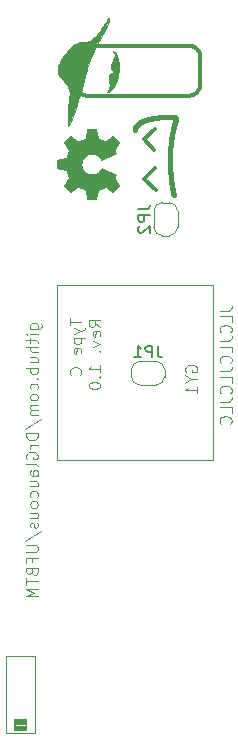
<source format=gbo>
G04 #@! TF.GenerationSoftware,KiCad,Pcbnew,9.0.2*
G04 #@! TF.CreationDate,2025-07-09T03:39:24-04:00*
G04 #@! TF.ProjectId,FBT,4642542e-6b69-4636-9164-5f7063625858,rev?*
G04 #@! TF.SameCoordinates,Original*
G04 #@! TF.FileFunction,Legend,Bot*
G04 #@! TF.FilePolarity,Positive*
%FSLAX46Y46*%
G04 Gerber Fmt 4.6, Leading zero omitted, Abs format (unit mm)*
G04 Created by KiCad (PCBNEW 9.0.2) date 2025-07-09 03:39:24*
%MOMM*%
%LPD*%
G01*
G04 APERTURE LIST*
%ADD10C,0.334821*%
%ADD11C,0.417912*%
%ADD12C,0.000000*%
%ADD13C,0.100000*%
%ADD14C,0.114152*%
%ADD15C,0.325133*%
%ADD16C,0.150000*%
%ADD17C,0.120000*%
G04 APERTURE END LIST*
D10*
X103283592Y-58703453D02*
X104217749Y-57818462D01*
D11*
X105692733Y-56786046D02*
X105683170Y-56786220D01*
X105669630Y-56786387D01*
X105649523Y-56786557D01*
X105622852Y-56786735D01*
X105597354Y-56786901D01*
X105569012Y-56787112D01*
X105537929Y-56787390D01*
X105521390Y-56787563D01*
X105504204Y-56787762D01*
X105486383Y-56787990D01*
X105467939Y-56788251D01*
X105448886Y-56788548D01*
X105429235Y-56788884D01*
X105409001Y-56789261D01*
X105388194Y-56789683D01*
X105366828Y-56790153D01*
X105344916Y-56790674D01*
X105322470Y-56791250D01*
X105299502Y-56791883D01*
X105276026Y-56792576D01*
X105252054Y-56793333D01*
X105227599Y-56794156D01*
X105202673Y-56795049D01*
X105177289Y-56796015D01*
X105151460Y-56797057D01*
X105125198Y-56798177D01*
X105098516Y-56799380D01*
X105071427Y-56800668D01*
X105043942Y-56802044D01*
X105016076Y-56803512D01*
X104987840Y-56805074D01*
X104959247Y-56806733D01*
X104944820Y-56807601D01*
X104930310Y-56808494D01*
X104915716Y-56809412D01*
X104901041Y-56810358D01*
X104886286Y-56811329D01*
X104871453Y-56812328D01*
X104856544Y-56813355D01*
X104841559Y-56814409D01*
X104826501Y-56815492D01*
X104811371Y-56816603D01*
X104796171Y-56817743D01*
X104780903Y-56818913D01*
X104765567Y-56820112D01*
X104750166Y-56821342D01*
X104734700Y-56822602D01*
X104719173Y-56823893D01*
X104703584Y-56825216D01*
X104687937Y-56826570D01*
X104672232Y-56827956D01*
X104656470Y-56829375D01*
X104640655Y-56830827D01*
X104624786Y-56832312D01*
X104608866Y-56833831D01*
X104592897Y-56835384D01*
X104576879Y-56836971D01*
X104560815Y-56838593D01*
X104544705Y-56840251D01*
X104528553Y-56841944D01*
X104512358Y-56843673D01*
X104496124Y-56845438D01*
X104479850Y-56847240D01*
X104463540Y-56849079D01*
X104447194Y-56850956D01*
X104430814Y-56852871D01*
X104414402Y-56854824D01*
X104397959Y-56856816D01*
X104381487Y-56858846D01*
X104364988Y-56860917D01*
X104348462Y-56863027D01*
X104331912Y-56865177D01*
X104315339Y-56867368D01*
X104298745Y-56869600D01*
X104282131Y-56871874D01*
X104265499Y-56874189D01*
X104248850Y-56876547D01*
X104232187Y-56878947D01*
X104215510Y-56881390D01*
X104198821Y-56883876D01*
X104182122Y-56886406D01*
X104165415Y-56888981D01*
X104148700Y-56891599D01*
X104131980Y-56894263D01*
X104115257Y-56896972D01*
X104098530Y-56899726D01*
X104081803Y-56902527D01*
X104065077Y-56905374D01*
X104048354Y-56908268D01*
X104031634Y-56911209D01*
X104014920Y-56914198D01*
X103998213Y-56917235D01*
X103981515Y-56920320D01*
X103964827Y-56923453D01*
X103948152Y-56926636D01*
X103931489Y-56929869D01*
X103914842Y-56933151D01*
X103898211Y-56936484D01*
X103881599Y-56939868D01*
X103865006Y-56943302D01*
X103848435Y-56946788D01*
X103831887Y-56950326D01*
X103815363Y-56953916D01*
X103798866Y-56957559D01*
X103782396Y-56961255D01*
X103765956Y-56965004D01*
X103749546Y-56968807D01*
X103733169Y-56972664D01*
X103716826Y-56976576D01*
X103700518Y-56980542D01*
X103684248Y-56984564D01*
X103668016Y-56988642D01*
X103651825Y-56992776D01*
X103635676Y-56996966D01*
X103619570Y-57001214D01*
X103603510Y-57005518D01*
X103587496Y-57009880D01*
X103571530Y-57014301D01*
X103555614Y-57018779D01*
X103539750Y-57023317D01*
X103523939Y-57027914D01*
X103508182Y-57032570D01*
X103492481Y-57037286D01*
X103476838Y-57042063D01*
X103461255Y-57046900D01*
X103445732Y-57051799D01*
X103430272Y-57056759D01*
X103414876Y-57061781D01*
X103407202Y-57064315D01*
X103399545Y-57066865D01*
X103391905Y-57069431D01*
X103384282Y-57072012D01*
X103376676Y-57074609D01*
X103369087Y-57077222D01*
X103361517Y-57079851D01*
X103353963Y-57082496D01*
X103346428Y-57085157D01*
X103338911Y-57087833D01*
X103331413Y-57090526D01*
X103323933Y-57093235D01*
X103316472Y-57095960D01*
X103309029Y-57098701D01*
X103301606Y-57101459D01*
X103294203Y-57104232D01*
X103286818Y-57107023D01*
X103279454Y-57109829D01*
X103272110Y-57112652D01*
X103264785Y-57115492D01*
X103257482Y-57118348D01*
X103250198Y-57121220D01*
X103242936Y-57124109D01*
X103235694Y-57127015D01*
X103228474Y-57129938D01*
X103221275Y-57132878D01*
X103214097Y-57135834D01*
X103206941Y-57138807D01*
X103199808Y-57141797D01*
X103192696Y-57144804D01*
X103185606Y-57147828D01*
X103178540Y-57150870D01*
X103171496Y-57153928D01*
X103164474Y-57157003D01*
X103157476Y-57160096D01*
X103150502Y-57163206D01*
X103143550Y-57166333D01*
X103136623Y-57169478D01*
X103129719Y-57172640D01*
X103122840Y-57175820D01*
X103115985Y-57179017D01*
X103109154Y-57182231D01*
X103102348Y-57185464D01*
X103095567Y-57188713D01*
X103088811Y-57191981D01*
X103082081Y-57195266D01*
X103075376Y-57198570D01*
X103068696Y-57201891D01*
X103062043Y-57205229D01*
X103055415Y-57208586D01*
X103048814Y-57211961D01*
X103042239Y-57215354D01*
X103035691Y-57218765D01*
X103029170Y-57222194D01*
X103022676Y-57225641D01*
X103016209Y-57229107D01*
X103009770Y-57232591D01*
X103003359Y-57236093D01*
X102996975Y-57239613D01*
X102990619Y-57243152D01*
X102984292Y-57246710D01*
X102977993Y-57250286D01*
X102971722Y-57253880D01*
X102965481Y-57257493D01*
X102959269Y-57261125D01*
X102953085Y-57264776D01*
X102946932Y-57268445D01*
X102940808Y-57272133D01*
X102934713Y-57275840D01*
X102928649Y-57279566D01*
X102922615Y-57283311D01*
X102916612Y-57287075D01*
X102910639Y-57290858D01*
X102904697Y-57294660D01*
X102898786Y-57298481D01*
X102892906Y-57302321D01*
X102887058Y-57306181D01*
X102881241Y-57310060D01*
X102875456Y-57313958D01*
X102869703Y-57317876D01*
X102863983Y-57321813D01*
X102858294Y-57325770D01*
X102852639Y-57329746D01*
X102847016Y-57333742D01*
X102841426Y-57337757D01*
X102835869Y-57341792D01*
X102830346Y-57345847D01*
X102824856Y-57349922D01*
X102819401Y-57354016D01*
X102813979Y-57358130D01*
X102808591Y-57362265D01*
X102803238Y-57366419D01*
X102797919Y-57370593D01*
X102792635Y-57374788D01*
X102787386Y-57379002D01*
X102782172Y-57383237D01*
X102776994Y-57387491D01*
X102771851Y-57391767D01*
X102766744Y-57396062D01*
X102761673Y-57400378D01*
X102756638Y-57404714D01*
X102751639Y-57409071D01*
X102746677Y-57413448D01*
X102741752Y-57417846D01*
X102736864Y-57422264D01*
X102732013Y-57426703D01*
X102727199Y-57431163D01*
X102722423Y-57435643D01*
X102717684Y-57440144D01*
X102712983Y-57444667D01*
X102708321Y-57449210D01*
X102703697Y-57453773D01*
X102699111Y-57458358D01*
X102694565Y-57462964D01*
X102690057Y-57467591D01*
X102685588Y-57472240D01*
X102681158Y-57476909D01*
X102676768Y-57481600D01*
X102672418Y-57486312D01*
X102668108Y-57491045D01*
X102663838Y-57495799D01*
X102659608Y-57500576D01*
X102655419Y-57505373D01*
X102651270Y-57510192D01*
X102647162Y-57515033D01*
X102643096Y-57519895D01*
X102639070Y-57524779D01*
X102635086Y-57529685D01*
X102631144Y-57534612D01*
X102627244Y-57539561D01*
X102623386Y-57544532D01*
X102619570Y-57549525D01*
X102615797Y-57554540D01*
X102612066Y-57559577D01*
X102608378Y-57564636D01*
X102604733Y-57569717D01*
X102601132Y-57574821D01*
X102597574Y-57579946D01*
X102594059Y-57585094D01*
X102590589Y-57590264D01*
X102587162Y-57595456D01*
X102583780Y-57600671D01*
X102580443Y-57605908D01*
X102577150Y-57611168D01*
X102573901Y-57616450D01*
X102570698Y-57621755D01*
X102567540Y-57627082D01*
X102564428Y-57632433D01*
X102561361Y-57637806D01*
X102558340Y-57643201D01*
X102555365Y-57648620D01*
X102552437Y-57654061D01*
X102549555Y-57659525D01*
X102546719Y-57665013D01*
X102543930Y-57670523D01*
X102541188Y-57676056D01*
X102538494Y-57681613D01*
X102535847Y-57687193D01*
X102533247Y-57692796D01*
X102530696Y-57698422D01*
X102528192Y-57704071D01*
X102525737Y-57709744D01*
X102523330Y-57715440D01*
X102520971Y-57721160D01*
X102518662Y-57726903D01*
X102516401Y-57732670D01*
X102514190Y-57738460D01*
X102512028Y-57744274D01*
X102509915Y-57750112D01*
X102507853Y-57755974D01*
X102505840Y-57761859D01*
X102503878Y-57767768D01*
X102501966Y-57773701D01*
X102500104Y-57779658D01*
X102498294Y-57785639D01*
X102496534Y-57791644D01*
X102494826Y-57797673D01*
X102493168Y-57803726D01*
X102491563Y-57809804D01*
X102490009Y-57815905D01*
X102488507Y-57822031D01*
X102487058Y-57828182D01*
X102485660Y-57834356D01*
X102484315Y-57840555D01*
X102483023Y-57846779D01*
X102481784Y-57853027D01*
X102480599Y-57859300D01*
X102479466Y-57865597D01*
X102478387Y-57871919D01*
X102477362Y-57878265D01*
X102476390Y-57884637D01*
X102475473Y-57891033D01*
X102474610Y-57897454D01*
X102473802Y-57903900D01*
X102473049Y-57910371D01*
X102472350Y-57916867D01*
D12*
G36*
X99257320Y-57837123D02*
G01*
X99259025Y-57837166D01*
X99260725Y-57837293D01*
X99262417Y-57837501D01*
X99264100Y-57837789D01*
X99265770Y-57838155D01*
X99267425Y-57838596D01*
X99269062Y-57839111D01*
X99270678Y-57839697D01*
X99273840Y-57841075D01*
X99276888Y-57842713D01*
X99279802Y-57844594D01*
X99282562Y-57846702D01*
X99285146Y-57849019D01*
X99287534Y-57851530D01*
X99289704Y-57854217D01*
X99290701Y-57855621D01*
X99291636Y-57857063D01*
X99292507Y-57858540D01*
X99293310Y-57860052D01*
X99294043Y-57861594D01*
X99294703Y-57863166D01*
X99295289Y-57864765D01*
X99295796Y-57866389D01*
X99296223Y-57868037D01*
X99296568Y-57869705D01*
X99429969Y-58586368D01*
X99430318Y-58588056D01*
X99430744Y-58589748D01*
X99431821Y-58593130D01*
X99433181Y-58596495D01*
X99434803Y-58599820D01*
X99436668Y-58603085D01*
X99438756Y-58606268D01*
X99441049Y-58609347D01*
X99443526Y-58612303D01*
X99446169Y-58615112D01*
X99448956Y-58617755D01*
X99451870Y-58620210D01*
X99454890Y-58622454D01*
X99457997Y-58624468D01*
X99461172Y-58626230D01*
X99464394Y-58627719D01*
X99467644Y-58628913D01*
X100026714Y-58852645D01*
X100029892Y-58854019D01*
X100033258Y-58855165D01*
X100036782Y-58856085D01*
X100040434Y-58856782D01*
X100044187Y-58857256D01*
X100048011Y-58857511D01*
X100051878Y-58857548D01*
X100055757Y-58857371D01*
X100059620Y-58856979D01*
X100063439Y-58856377D01*
X100067184Y-58855566D01*
X100070827Y-58854547D01*
X100074337Y-58853324D01*
X100077687Y-58851899D01*
X100080847Y-58850272D01*
X100083789Y-58848447D01*
X100677088Y-58441353D01*
X100678522Y-58440420D01*
X100679998Y-58439560D01*
X100681513Y-58438772D01*
X100683064Y-58438056D01*
X100684648Y-58437412D01*
X100686262Y-58436840D01*
X100689564Y-58435907D01*
X100692945Y-58435257D01*
X100696379Y-58434887D01*
X100699841Y-58434794D01*
X100703304Y-58434976D01*
X100706742Y-58435432D01*
X100710130Y-58436158D01*
X100713441Y-58437152D01*
X100716650Y-58438412D01*
X100719731Y-58439935D01*
X100721216Y-58440795D01*
X100722658Y-58441720D01*
X100724056Y-58442710D01*
X100725405Y-58443764D01*
X100726703Y-58444882D01*
X100727947Y-58446064D01*
X101262747Y-58980872D01*
X101263916Y-58982101D01*
X101265022Y-58983387D01*
X101266065Y-58984724D01*
X101267045Y-58986111D01*
X101267960Y-58987543D01*
X101268811Y-58989017D01*
X101269598Y-58990531D01*
X101270320Y-58992081D01*
X101270977Y-58993664D01*
X101271569Y-58995276D01*
X101272555Y-58998575D01*
X101273276Y-59001953D01*
X101273730Y-59005383D01*
X101273914Y-59008840D01*
X101273827Y-59012297D01*
X101273465Y-59015728D01*
X101272827Y-59019106D01*
X101272404Y-59020768D01*
X101271911Y-59022407D01*
X101271347Y-59024020D01*
X101270713Y-59025604D01*
X101270008Y-59027155D01*
X101269232Y-59028670D01*
X101268385Y-59030146D01*
X101267466Y-59031579D01*
X100867415Y-59614321D01*
X100865590Y-59617244D01*
X100863989Y-59620378D01*
X100862614Y-59623693D01*
X100861466Y-59627160D01*
X100860545Y-59630751D01*
X100859851Y-59634437D01*
X100859384Y-59638189D01*
X100859147Y-59641979D01*
X100859138Y-59645778D01*
X100859359Y-59649556D01*
X100859810Y-59653286D01*
X100860492Y-59656938D01*
X100861405Y-59660484D01*
X100862549Y-59663895D01*
X100863926Y-59667143D01*
X100865536Y-59670198D01*
X101002756Y-59927187D01*
X101003484Y-59928725D01*
X101004125Y-59930276D01*
X101004678Y-59931837D01*
X101005147Y-59933405D01*
X101005530Y-59934978D01*
X101005829Y-59936552D01*
X101006046Y-59938126D01*
X101006180Y-59939697D01*
X101006233Y-59941262D01*
X101006206Y-59942818D01*
X101006101Y-59944362D01*
X101005916Y-59945893D01*
X101005655Y-59947407D01*
X101005317Y-59948901D01*
X101004904Y-59950373D01*
X101004416Y-59951821D01*
X101003855Y-59953241D01*
X101003221Y-59954631D01*
X101002515Y-59955988D01*
X101001739Y-59957310D01*
X101000893Y-59958593D01*
X100999978Y-59959836D01*
X100998995Y-59961035D01*
X100997945Y-59962189D01*
X100996829Y-59963293D01*
X100995649Y-59964346D01*
X100994404Y-59965344D01*
X100993095Y-59966286D01*
X100991725Y-59967169D01*
X100990293Y-59967989D01*
X100988801Y-59968744D01*
X100987249Y-59969432D01*
X99706503Y-60499288D01*
X99704910Y-60499901D01*
X99703292Y-60500433D01*
X99701654Y-60500884D01*
X99699997Y-60501257D01*
X99698326Y-60501551D01*
X99696642Y-60501768D01*
X99693252Y-60501976D01*
X99689850Y-60501887D01*
X99686460Y-60501511D01*
X99683109Y-60500855D01*
X99679819Y-60499927D01*
X99676614Y-60498737D01*
X99673521Y-60497290D01*
X99670562Y-60495597D01*
X99667762Y-60493665D01*
X99665146Y-60491502D01*
X99663914Y-60490337D01*
X99662737Y-60489117D01*
X99661618Y-60487843D01*
X99660561Y-60486517D01*
X99659567Y-60485139D01*
X99658641Y-60483710D01*
X99619243Y-60419370D01*
X99616284Y-60414744D01*
X99612908Y-60409803D01*
X99609191Y-60404642D01*
X99605206Y-60399352D01*
X99601029Y-60394027D01*
X99596733Y-60388760D01*
X99592393Y-60383645D01*
X99588085Y-60378773D01*
X99558935Y-60336198D01*
X99527287Y-60295565D01*
X99493250Y-60256986D01*
X99456935Y-60220570D01*
X99418451Y-60186430D01*
X99377908Y-60154676D01*
X99335418Y-60125419D01*
X99291089Y-60098770D01*
X99245031Y-60074841D01*
X99221389Y-60063931D01*
X99197356Y-60053742D01*
X99172945Y-60044288D01*
X99148172Y-60035584D01*
X99123049Y-60027643D01*
X99097590Y-60020479D01*
X99071809Y-60014106D01*
X99045720Y-60008537D01*
X99019336Y-60003787D01*
X98992672Y-59999870D01*
X98965740Y-59996799D01*
X98938555Y-59994588D01*
X98911131Y-59993251D01*
X98883481Y-59992803D01*
X98840434Y-59993891D01*
X98797952Y-59997120D01*
X98756088Y-60002439D01*
X98714894Y-60009794D01*
X98674423Y-60019132D01*
X98634728Y-60030402D01*
X98595860Y-60043550D01*
X98557873Y-60058524D01*
X98520819Y-60075272D01*
X98484750Y-60093741D01*
X98449720Y-60113878D01*
X98415780Y-60135631D01*
X98382984Y-60158948D01*
X98351383Y-60183775D01*
X98321031Y-60210060D01*
X98291980Y-60237751D01*
X98264282Y-60266795D01*
X98237991Y-60297139D01*
X98213158Y-60328732D01*
X98189836Y-60361520D01*
X98168078Y-60395450D01*
X98147936Y-60430471D01*
X98129463Y-60466530D01*
X98112711Y-60503574D01*
X98097734Y-60541550D01*
X98084583Y-60580407D01*
X98073310Y-60620091D01*
X98063970Y-60660550D01*
X98056614Y-60701731D01*
X98051294Y-60743582D01*
X98048064Y-60786051D01*
X98046975Y-60829084D01*
X98048064Y-60872117D01*
X98051294Y-60914586D01*
X98056614Y-60956437D01*
X98063970Y-60997618D01*
X98073310Y-61038077D01*
X98084583Y-61077761D01*
X98097734Y-61116618D01*
X98112711Y-61154594D01*
X98129463Y-61191638D01*
X98147936Y-61227696D01*
X98168078Y-61262717D01*
X98189836Y-61296648D01*
X98213158Y-61329436D01*
X98237991Y-61361028D01*
X98264282Y-61391373D01*
X98291980Y-61420417D01*
X98321031Y-61448107D01*
X98351383Y-61474393D01*
X98382984Y-61499220D01*
X98415780Y-61522536D01*
X98449720Y-61544289D01*
X98484750Y-61564426D01*
X98520819Y-61582895D01*
X98557873Y-61599643D01*
X98595860Y-61614617D01*
X98634728Y-61627766D01*
X98674423Y-61639035D01*
X98714894Y-61648374D01*
X98756088Y-61655729D01*
X98797952Y-61661047D01*
X98840434Y-61664277D01*
X98883481Y-61665365D01*
X98938555Y-61663580D01*
X98992672Y-61658298D01*
X99045720Y-61649630D01*
X99097590Y-61637689D01*
X99148172Y-61622583D01*
X99197356Y-61604426D01*
X99245031Y-61583327D01*
X99291089Y-61559397D01*
X99335418Y-61532748D01*
X99377908Y-61503491D01*
X99418451Y-61471737D01*
X99456935Y-61437597D01*
X99493250Y-61401182D01*
X99527287Y-61362602D01*
X99558935Y-61321969D01*
X99588085Y-61279395D01*
X99592416Y-61274501D01*
X99596766Y-61269374D01*
X99601064Y-61264103D01*
X99605237Y-61258778D01*
X99609214Y-61253488D01*
X99612922Y-61248322D01*
X99616288Y-61243371D01*
X99619243Y-61238723D01*
X99658641Y-61174382D01*
X99659567Y-61172947D01*
X99660561Y-61171563D01*
X99661619Y-61170232D01*
X99662738Y-61168954D01*
X99663915Y-61167731D01*
X99665147Y-61166563D01*
X99666431Y-61165451D01*
X99667764Y-61164396D01*
X99669142Y-61163400D01*
X99670564Y-61162462D01*
X99672025Y-61161586D01*
X99673523Y-61160770D01*
X99675054Y-61160016D01*
X99676616Y-61159326D01*
X99678206Y-61158699D01*
X99679820Y-61158138D01*
X99681456Y-61157643D01*
X99683110Y-61157215D01*
X99684780Y-61156854D01*
X99686462Y-61156563D01*
X99688153Y-61156342D01*
X99689851Y-61156191D01*
X99691552Y-61156113D01*
X99693253Y-61156107D01*
X99694951Y-61156176D01*
X99696643Y-61156319D01*
X99698326Y-61156538D01*
X99699998Y-61156834D01*
X99701654Y-61157207D01*
X99703292Y-61157659D01*
X99704909Y-61158191D01*
X99706502Y-61158804D01*
X100987177Y-61688735D01*
X100988728Y-61689423D01*
X100990221Y-61690179D01*
X100991654Y-61691001D01*
X100993027Y-61691885D01*
X100994337Y-61692828D01*
X100995586Y-61693829D01*
X100996770Y-61694884D01*
X100997890Y-61695991D01*
X100998944Y-61697146D01*
X100999932Y-61698348D01*
X101000851Y-61699593D01*
X101001702Y-61700879D01*
X101002483Y-61702203D01*
X101003193Y-61703562D01*
X101003831Y-61704954D01*
X101004396Y-61706376D01*
X101004888Y-61707825D01*
X101005304Y-61709299D01*
X101005644Y-61710794D01*
X101005908Y-61712309D01*
X101006093Y-61713839D01*
X101006199Y-61715384D01*
X101006225Y-61716939D01*
X101006170Y-61718502D01*
X101006032Y-61720071D01*
X101005812Y-61721643D01*
X101005507Y-61723215D01*
X101005117Y-61724784D01*
X101004641Y-61726348D01*
X101004077Y-61727904D01*
X101003425Y-61729449D01*
X101002683Y-61730980D01*
X100865466Y-61987969D01*
X100863869Y-61991011D01*
X100862503Y-61994247D01*
X100861368Y-61997649D01*
X100860463Y-62001187D01*
X100859788Y-62004833D01*
X100859343Y-62008559D01*
X100859127Y-62012335D01*
X100859140Y-62016132D01*
X100859381Y-62019923D01*
X100859850Y-62023678D01*
X100860547Y-62027368D01*
X100861471Y-62030965D01*
X100862621Y-62034440D01*
X100863998Y-62037764D01*
X100865601Y-62040909D01*
X100867429Y-62043846D01*
X101267474Y-62626584D01*
X101268400Y-62628018D01*
X101269254Y-62629494D01*
X101270036Y-62631009D01*
X101270746Y-62632560D01*
X101271385Y-62634144D01*
X101271954Y-62635757D01*
X101272879Y-62639059D01*
X101273523Y-62642439D01*
X101273889Y-62645871D01*
X101273980Y-62649331D01*
X101273797Y-62652790D01*
X101273342Y-62656224D01*
X101272619Y-62659607D01*
X101271628Y-62662913D01*
X101270374Y-62666114D01*
X101268857Y-62669187D01*
X101268000Y-62670666D01*
X101267080Y-62672104D01*
X101266094Y-62673496D01*
X101265045Y-62674839D01*
X101263932Y-62676131D01*
X101262755Y-62677367D01*
X100727947Y-63212168D01*
X100726703Y-63213344D01*
X100725405Y-63214457D01*
X100724056Y-63215506D01*
X100722658Y-63216490D01*
X100721216Y-63217411D01*
X100719731Y-63218267D01*
X100718209Y-63219058D01*
X100716650Y-63219783D01*
X100715060Y-63220443D01*
X100713441Y-63221038D01*
X100710130Y-63222028D01*
X100706742Y-63222752D01*
X100703304Y-63223207D01*
X100699841Y-63223390D01*
X100696379Y-63223300D01*
X100692945Y-63222934D01*
X100691246Y-63222647D01*
X100689564Y-63222290D01*
X100687901Y-63221863D01*
X100686261Y-63221366D01*
X100684648Y-63220798D01*
X100683064Y-63220159D01*
X100681513Y-63219448D01*
X100679998Y-63218666D01*
X100678521Y-63217813D01*
X100677088Y-63216887D01*
X100083714Y-62809794D01*
X100080785Y-62807955D01*
X100077633Y-62806317D01*
X100074289Y-62804882D01*
X100070782Y-62803651D01*
X100067142Y-62802627D01*
X100063396Y-62801811D01*
X100059576Y-62801207D01*
X100055710Y-62800815D01*
X100051826Y-62800638D01*
X100047956Y-62800679D01*
X100044128Y-62800938D01*
X100040370Y-62801419D01*
X100036714Y-62802123D01*
X100033187Y-62803053D01*
X100029819Y-62804210D01*
X100026639Y-62805596D01*
X99467570Y-63029332D01*
X99465942Y-63029884D01*
X99464318Y-63030515D01*
X99462701Y-63031220D01*
X99461094Y-63031997D01*
X99457916Y-63033756D01*
X99454805Y-63035771D01*
X99451780Y-63038019D01*
X99448862Y-63040478D01*
X99446069Y-63043127D01*
X99443423Y-63045943D01*
X99440943Y-63048905D01*
X99438648Y-63051991D01*
X99436560Y-63055179D01*
X99434696Y-63058446D01*
X99433078Y-63061772D01*
X99431725Y-63065133D01*
X99431155Y-63066821D01*
X99430658Y-63068509D01*
X99430237Y-63070195D01*
X99429895Y-63071877D01*
X99296494Y-63788539D01*
X99296143Y-63790207D01*
X99295711Y-63791855D01*
X99295199Y-63793479D01*
X99294611Y-63795079D01*
X99293948Y-63796651D01*
X99293214Y-63798193D01*
X99292411Y-63799704D01*
X99291541Y-63801182D01*
X99290607Y-63802624D01*
X99289611Y-63804028D01*
X99288557Y-63805393D01*
X99287446Y-63806715D01*
X99286281Y-63807993D01*
X99285064Y-63809225D01*
X99283799Y-63810409D01*
X99282487Y-63811543D01*
X99281131Y-63812624D01*
X99279734Y-63813651D01*
X99278298Y-63814621D01*
X99276826Y-63815532D01*
X99275320Y-63816382D01*
X99273783Y-63817170D01*
X99272217Y-63817892D01*
X99270625Y-63818548D01*
X99269009Y-63819134D01*
X99267371Y-63819648D01*
X99265716Y-63820090D01*
X99264044Y-63820455D01*
X99262358Y-63820744D01*
X99260662Y-63820952D01*
X99258956Y-63821078D01*
X99257245Y-63821121D01*
X98500885Y-63821121D01*
X98499180Y-63821079D01*
X98497482Y-63820953D01*
X98495791Y-63820745D01*
X98494111Y-63820458D01*
X98492444Y-63820094D01*
X98490793Y-63819655D01*
X98489160Y-63819142D01*
X98487548Y-63818558D01*
X98485959Y-63817905D01*
X98484395Y-63817185D01*
X98481356Y-63815552D01*
X98478451Y-63813675D01*
X98475699Y-63811571D01*
X98473121Y-63809257D01*
X98470737Y-63806748D01*
X98468567Y-63804061D01*
X98467568Y-63802657D01*
X98466631Y-63801214D01*
X98465758Y-63799734D01*
X98464950Y-63798221D01*
X98464212Y-63796676D01*
X98463544Y-63795100D01*
X98462950Y-63793497D01*
X98462433Y-63791867D01*
X98461994Y-63790214D01*
X98461637Y-63788539D01*
X98324940Y-63053825D01*
X98324153Y-63050440D01*
X98323071Y-63047043D01*
X98321712Y-63043654D01*
X98320097Y-63040296D01*
X98318244Y-63036990D01*
X98316172Y-63033759D01*
X98313899Y-63030625D01*
X98311445Y-63027609D01*
X98308829Y-63024734D01*
X98306070Y-63022021D01*
X98303186Y-63019492D01*
X98300197Y-63017170D01*
X98297121Y-63015076D01*
X98293977Y-63013232D01*
X98290785Y-63011660D01*
X98287564Y-63010382D01*
X97762051Y-62785151D01*
X97758900Y-62783696D01*
X97755562Y-62782473D01*
X97752066Y-62781482D01*
X97748439Y-62780720D01*
X97744711Y-62780185D01*
X97740910Y-62779874D01*
X97737065Y-62779786D01*
X97733204Y-62779919D01*
X97729357Y-62780271D01*
X97725552Y-62780839D01*
X97721817Y-62781621D01*
X97718181Y-62782616D01*
X97714673Y-62783821D01*
X97711321Y-62785235D01*
X97708155Y-62786854D01*
X97705201Y-62788678D01*
X97081117Y-63216811D01*
X97079690Y-63217744D01*
X97078220Y-63218603D01*
X97076711Y-63219390D01*
X97075165Y-63220105D01*
X97073587Y-63220747D01*
X97071978Y-63221318D01*
X97068684Y-63222246D01*
X97065310Y-63222892D01*
X97061882Y-63223257D01*
X97058426Y-63223346D01*
X97054967Y-63223159D01*
X97051532Y-63222700D01*
X97048146Y-63221972D01*
X97044836Y-63220977D01*
X97041628Y-63219718D01*
X97038548Y-63218197D01*
X97037064Y-63217340D01*
X97035621Y-63216418D01*
X97034224Y-63215432D01*
X97032875Y-63214382D01*
X97031577Y-63213269D01*
X97030333Y-63212092D01*
X96495533Y-62677367D01*
X96494357Y-62676131D01*
X96493244Y-62674839D01*
X96492195Y-62673496D01*
X96491210Y-62672104D01*
X96490290Y-62670667D01*
X96489434Y-62669187D01*
X96488643Y-62667669D01*
X96487917Y-62666115D01*
X96487257Y-62664528D01*
X96486663Y-62662913D01*
X96485672Y-62659608D01*
X96484949Y-62656225D01*
X96484494Y-62652790D01*
X96484311Y-62649331D01*
X96484401Y-62645872D01*
X96484767Y-62642439D01*
X96485054Y-62640741D01*
X96485411Y-62639059D01*
X96485838Y-62637397D01*
X96486335Y-62635757D01*
X96486903Y-62634144D01*
X96487542Y-62632560D01*
X96488253Y-62631009D01*
X96489035Y-62629494D01*
X96489888Y-62628018D01*
X96490814Y-62626584D01*
X96926594Y-61991714D01*
X96928432Y-61988784D01*
X96930067Y-61985633D01*
X96931499Y-61982290D01*
X96932725Y-61978783D01*
X96933744Y-61975142D01*
X96934553Y-61971397D01*
X96935151Y-61967576D01*
X96935536Y-61963710D01*
X96935706Y-61959827D01*
X96935658Y-61955957D01*
X96935392Y-61952128D01*
X96934906Y-61948371D01*
X96934197Y-61944714D01*
X96933264Y-61941187D01*
X96932104Y-61937819D01*
X96930717Y-61934639D01*
X96722189Y-61425229D01*
X96721616Y-61423609D01*
X96720965Y-61421994D01*
X96720240Y-61420386D01*
X96719442Y-61418788D01*
X96717643Y-61415630D01*
X96715589Y-61412540D01*
X96713302Y-61409538D01*
X96710806Y-61406641D01*
X96708121Y-61403869D01*
X96705272Y-61401242D01*
X96702279Y-61398778D01*
X96699166Y-61396496D01*
X96695953Y-61394416D01*
X96692665Y-61392556D01*
X96689323Y-61390936D01*
X96685949Y-61389574D01*
X96682565Y-61388491D01*
X96680877Y-61388059D01*
X96679195Y-61387704D01*
X95919012Y-61246289D01*
X95917343Y-61245938D01*
X95915696Y-61245506D01*
X95914071Y-61244994D01*
X95912472Y-61244406D01*
X95910900Y-61243744D01*
X95909358Y-61243010D01*
X95907846Y-61242207D01*
X95906369Y-61241337D01*
X95904927Y-61240404D01*
X95903523Y-61239409D01*
X95902158Y-61238355D01*
X95900836Y-61237245D01*
X95899557Y-61236081D01*
X95898325Y-61234866D01*
X95897141Y-61233602D01*
X95896008Y-61232292D01*
X95894926Y-61230938D01*
X95893900Y-61229543D01*
X95892930Y-61228110D01*
X95892019Y-61226640D01*
X95891168Y-61225137D01*
X95890381Y-61223603D01*
X95889658Y-61222040D01*
X95889003Y-61220452D01*
X95888417Y-61218840D01*
X95887902Y-61217207D01*
X95887461Y-61215556D01*
X95887095Y-61213889D01*
X95886807Y-61212209D01*
X95886599Y-61210519D01*
X95886472Y-61208820D01*
X95886430Y-61207116D01*
X95886430Y-60450904D01*
X95886472Y-60449200D01*
X95886599Y-60447501D01*
X95886807Y-60445810D01*
X95887095Y-60444130D01*
X95887461Y-60442464D01*
X95887903Y-60440813D01*
X95888418Y-60439180D01*
X95889004Y-60437568D01*
X95889660Y-60435979D01*
X95890383Y-60434417D01*
X95892023Y-60431380D01*
X95893906Y-60428476D01*
X95896017Y-60425728D01*
X95898339Y-60423153D01*
X95900854Y-60420774D01*
X95903547Y-60418610D01*
X95904955Y-60417616D01*
X95906400Y-60416682D01*
X95907882Y-60415813D01*
X95909398Y-60415010D01*
X95910945Y-60414276D01*
X95912522Y-60413614D01*
X95914127Y-60413025D01*
X95915758Y-60412514D01*
X95917411Y-60412081D01*
X95919087Y-60411731D01*
X96679193Y-60270241D01*
X96682563Y-60269456D01*
X96685946Y-60268373D01*
X96689320Y-60267013D01*
X96692662Y-60265393D01*
X96695950Y-60263533D01*
X96699162Y-60261453D01*
X96702275Y-60259171D01*
X96705268Y-60256706D01*
X96708117Y-60254078D01*
X96710801Y-60251306D01*
X96713298Y-60248409D01*
X96715584Y-60245406D01*
X96717639Y-60242316D01*
X96719439Y-60239158D01*
X96720962Y-60235951D01*
X96722186Y-60232716D01*
X96930713Y-59723381D01*
X96932114Y-59720215D01*
X96933283Y-59716858D01*
X96934223Y-59713341D01*
X96934936Y-59709692D01*
X96935424Y-59705940D01*
X96935690Y-59702116D01*
X96935736Y-59698248D01*
X96935563Y-59694366D01*
X96935174Y-59690498D01*
X96934572Y-59686675D01*
X96933758Y-59682926D01*
X96932734Y-59679279D01*
X96931504Y-59675765D01*
X96930068Y-59672411D01*
X96928429Y-59669249D01*
X96926590Y-59666306D01*
X96490814Y-59031436D01*
X96489881Y-59030009D01*
X96489021Y-59028539D01*
X96488233Y-59027030D01*
X96487517Y-59025484D01*
X96486873Y-59023906D01*
X96486301Y-59022297D01*
X96485368Y-59019004D01*
X96484718Y-59015631D01*
X96484348Y-59012205D01*
X96484255Y-59008750D01*
X96484438Y-59005295D01*
X96484893Y-59001864D01*
X96485619Y-58998483D01*
X96486614Y-58995180D01*
X96487875Y-58991979D01*
X96489399Y-58988907D01*
X96490260Y-58987428D01*
X96491185Y-58985991D01*
X96492175Y-58984599D01*
X96493230Y-58983255D01*
X96494349Y-58981964D01*
X96495532Y-58980728D01*
X97030333Y-58446001D01*
X97031576Y-58444826D01*
X97032874Y-58443714D01*
X97034223Y-58442666D01*
X97035621Y-58441682D01*
X97037063Y-58440763D01*
X97038548Y-58439909D01*
X97040070Y-58439120D01*
X97041628Y-58438397D01*
X97043218Y-58437739D01*
X97044836Y-58437147D01*
X97048146Y-58436162D01*
X97051531Y-58435443D01*
X97054966Y-58434992D01*
X97058425Y-58434812D01*
X97061882Y-58434905D01*
X97065310Y-58435271D01*
X97068684Y-58435914D01*
X97070343Y-58436340D01*
X97071978Y-58436836D01*
X97073586Y-58437402D01*
X97075165Y-58438038D01*
X97076711Y-58438745D01*
X97078220Y-58439522D01*
X97079690Y-58440371D01*
X97081117Y-58441291D01*
X97705275Y-58869349D01*
X97708228Y-58871198D01*
X97711395Y-58872837D01*
X97714747Y-58874266D01*
X97718256Y-58875483D01*
X97721892Y-58876486D01*
X97725627Y-58877274D01*
X97729432Y-58877845D01*
X97733279Y-58878197D01*
X97737140Y-58878329D01*
X97740984Y-58878239D01*
X97744785Y-58877925D01*
X97748513Y-58877386D01*
X97752140Y-58876619D01*
X97755637Y-58875625D01*
X97758974Y-58874400D01*
X97762125Y-58872943D01*
X98287638Y-58647711D01*
X98289251Y-58647103D01*
X98290860Y-58646418D01*
X98294055Y-58644831D01*
X98297202Y-58642973D01*
X98300282Y-58640865D01*
X98303276Y-58638531D01*
X98306165Y-58635992D01*
X98308930Y-58633270D01*
X98311550Y-58630387D01*
X98314007Y-58627366D01*
X98316282Y-58624228D01*
X98318354Y-58620996D01*
X98320206Y-58617691D01*
X98321817Y-58614336D01*
X98323168Y-58610954D01*
X98323740Y-58609259D01*
X98324240Y-58607565D01*
X98324666Y-58605876D01*
X98325014Y-58604193D01*
X98461710Y-57869479D01*
X98461636Y-57869556D01*
X98461994Y-57867887D01*
X98462433Y-57866240D01*
X98462950Y-57864615D01*
X98463543Y-57863016D01*
X98464209Y-57861444D01*
X98464947Y-57859901D01*
X98465753Y-57858391D01*
X98466625Y-57856913D01*
X98467560Y-57855472D01*
X98468557Y-57854068D01*
X98469612Y-57852704D01*
X98470724Y-57851383D01*
X98471889Y-57850106D01*
X98473106Y-57848875D01*
X98474371Y-57847692D01*
X98475683Y-57846560D01*
X98477038Y-57845481D01*
X98478435Y-57844456D01*
X98479871Y-57843489D01*
X98481343Y-57842580D01*
X98482850Y-57841733D01*
X98484388Y-57840948D01*
X98485955Y-57840229D01*
X98487548Y-57839578D01*
X98489166Y-57838996D01*
X98490805Y-57838486D01*
X98492464Y-57838049D01*
X98494140Y-57837689D01*
X98495829Y-57837406D01*
X98497531Y-57837204D01*
X98499242Y-57837083D01*
X98500959Y-57837048D01*
X99257320Y-57837123D01*
G37*
D10*
X104242331Y-62980982D02*
X103283592Y-62071408D01*
D13*
X91600000Y-102400000D02*
X94000000Y-102400000D01*
X94000000Y-109000000D01*
X91600000Y-109000000D01*
X91600000Y-102400000D01*
D14*
X100297886Y-48437304D02*
X100308356Y-48469230D01*
X100308355Y-48469230D01*
X100311509Y-48515166D01*
X100305534Y-48570826D01*
X100290934Y-48635852D01*
X100268210Y-48709886D01*
X100200406Y-48883546D01*
X100106145Y-49088940D01*
X99854343Y-49583473D01*
X99544988Y-50170569D01*
X99210263Y-50827311D01*
X99043445Y-51174638D01*
X98882353Y-51530782D01*
X98731011Y-51892879D01*
X98593441Y-52258065D01*
X98473667Y-52623475D01*
X98421710Y-52805369D01*
X98375711Y-52986244D01*
X98107401Y-54036378D01*
X97922284Y-54704120D01*
X97715983Y-55401746D01*
X97498092Y-56080331D01*
X97278203Y-56690950D01*
X97170507Y-56955482D01*
X97065910Y-57184676D01*
X96965610Y-57372416D01*
X96870806Y-57512586D01*
X96850910Y-57530144D01*
X96834416Y-57529528D01*
X96821138Y-57511870D01*
X96810885Y-57478303D01*
X96798704Y-57367970D01*
X96796365Y-57207589D01*
X96815180Y-56772927D01*
X96855266Y-56246799D01*
X96950985Y-55210069D01*
X96982488Y-54844432D01*
X96988872Y-54731506D01*
X96987000Y-54677256D01*
X96940359Y-54529009D01*
X96894911Y-54401722D01*
X96850081Y-54292591D01*
X96805295Y-54198812D01*
X96759977Y-54117583D01*
X96713555Y-54046099D01*
X96665452Y-53981558D01*
X96615094Y-53921156D01*
X96379624Y-53664867D01*
X96309374Y-53583107D01*
X96233422Y-53488667D01*
X96151193Y-53378741D01*
X96062112Y-53250526D01*
X96016462Y-53168974D01*
X95983550Y-53080549D01*
X95962789Y-52985904D01*
X95953591Y-52885694D01*
X95955368Y-52780570D01*
X95967534Y-52671188D01*
X95989500Y-52558200D01*
X96020679Y-52442259D01*
X96060483Y-52324020D01*
X96108326Y-52204135D01*
X96163618Y-52083258D01*
X96225773Y-51962041D01*
X96368320Y-51721206D01*
X96531267Y-51486857D01*
X96709913Y-51264221D01*
X96899557Y-51058524D01*
X97095499Y-50874994D01*
X97293038Y-50718859D01*
X97390937Y-50652698D01*
X97487474Y-50595346D01*
X97582059Y-50547455D01*
X97674105Y-50509681D01*
X97763026Y-50482675D01*
X97848232Y-50467092D01*
X97929138Y-50463584D01*
X98005154Y-50472806D01*
X98121198Y-50489441D01*
X98235523Y-50489751D01*
X98348018Y-50474857D01*
X98458569Y-50445882D01*
X98567065Y-50403946D01*
X98673392Y-50350170D01*
X98777439Y-50285675D01*
X98879093Y-50211583D01*
X98978241Y-50129014D01*
X99074771Y-50039091D01*
X99168571Y-49942933D01*
X99259527Y-49841663D01*
X99432460Y-49628270D01*
X99592671Y-49407880D01*
X99739260Y-49189464D01*
X99871326Y-48981990D01*
X100088291Y-48635747D01*
X100171390Y-48514917D01*
X100236368Y-48440908D01*
X100261779Y-48424264D01*
X100282323Y-48422689D01*
X100297886Y-48437304D01*
G36*
X100297886Y-48437304D02*
G01*
X100308356Y-48469230D01*
X100308355Y-48469230D01*
X100311509Y-48515166D01*
X100305534Y-48570826D01*
X100290934Y-48635852D01*
X100268210Y-48709886D01*
X100200406Y-48883546D01*
X100106145Y-49088940D01*
X99854343Y-49583473D01*
X99544988Y-50170569D01*
X99210263Y-50827311D01*
X99043445Y-51174638D01*
X98882353Y-51530782D01*
X98731011Y-51892879D01*
X98593441Y-52258065D01*
X98473667Y-52623475D01*
X98421710Y-52805369D01*
X98375711Y-52986244D01*
X98107401Y-54036378D01*
X97922284Y-54704120D01*
X97715983Y-55401746D01*
X97498092Y-56080331D01*
X97278203Y-56690950D01*
X97170507Y-56955482D01*
X97065910Y-57184676D01*
X96965610Y-57372416D01*
X96870806Y-57512586D01*
X96850910Y-57530144D01*
X96834416Y-57529528D01*
X96821138Y-57511870D01*
X96810885Y-57478303D01*
X96798704Y-57367970D01*
X96796365Y-57207589D01*
X96815180Y-56772927D01*
X96855266Y-56246799D01*
X96950985Y-55210069D01*
X96982488Y-54844432D01*
X96988872Y-54731506D01*
X96987000Y-54677256D01*
X96940359Y-54529009D01*
X96894911Y-54401722D01*
X96850081Y-54292591D01*
X96805295Y-54198812D01*
X96759977Y-54117583D01*
X96713555Y-54046099D01*
X96665452Y-53981558D01*
X96615094Y-53921156D01*
X96379624Y-53664867D01*
X96309374Y-53583107D01*
X96233422Y-53488667D01*
X96151193Y-53378741D01*
X96062112Y-53250526D01*
X96016462Y-53168974D01*
X95983550Y-53080549D01*
X95962789Y-52985904D01*
X95953591Y-52885694D01*
X95955368Y-52780570D01*
X95967534Y-52671188D01*
X95989500Y-52558200D01*
X96020679Y-52442259D01*
X96060483Y-52324020D01*
X96108326Y-52204135D01*
X96163618Y-52083258D01*
X96225773Y-51962041D01*
X96368320Y-51721206D01*
X96531267Y-51486857D01*
X96709913Y-51264221D01*
X96899557Y-51058524D01*
X97095499Y-50874994D01*
X97293038Y-50718859D01*
X97390937Y-50652698D01*
X97487474Y-50595346D01*
X97582059Y-50547455D01*
X97674105Y-50509681D01*
X97763026Y-50482675D01*
X97848232Y-50467092D01*
X97929138Y-50463584D01*
X98005154Y-50472806D01*
X98121198Y-50489441D01*
X98235523Y-50489751D01*
X98348018Y-50474857D01*
X98458569Y-50445882D01*
X98567065Y-50403946D01*
X98673392Y-50350170D01*
X98777439Y-50285675D01*
X98879093Y-50211583D01*
X98978241Y-50129014D01*
X99074771Y-50039091D01*
X99168571Y-49942933D01*
X99259527Y-49841663D01*
X99432460Y-49628270D01*
X99592671Y-49407880D01*
X99739260Y-49189464D01*
X99871326Y-48981990D01*
X100088291Y-48635747D01*
X100171390Y-48514917D01*
X100236368Y-48440908D01*
X100261779Y-48424264D01*
X100282323Y-48422689D01*
X100297886Y-48437304D01*
G37*
D15*
X107095502Y-50762279D02*
X107146270Y-50766140D01*
X107196299Y-50772497D01*
X107245528Y-50781288D01*
X107293892Y-50792451D01*
X107341330Y-50805922D01*
X107387779Y-50821638D01*
X107433176Y-50839538D01*
X107477457Y-50859557D01*
X107520561Y-50881633D01*
X107562424Y-50905704D01*
X107602984Y-50931706D01*
X107642177Y-50959577D01*
X107679942Y-50989254D01*
X107716214Y-51020674D01*
X107750932Y-51053775D01*
X107784032Y-51088493D01*
X107815453Y-51124765D01*
X107845130Y-51162530D01*
X107873001Y-51201723D01*
X107899003Y-51242283D01*
X107923074Y-51284146D01*
X107945150Y-51327249D01*
X107965170Y-51371531D01*
X107983069Y-51416927D01*
X107998785Y-51463376D01*
X108012256Y-51510814D01*
X108023419Y-51559179D01*
X108032210Y-51608407D01*
X108038567Y-51658437D01*
X108042428Y-51709204D01*
X108043729Y-51760647D01*
X108043729Y-54000000D01*
X108042428Y-54051443D01*
X108038567Y-54102210D01*
X108032210Y-54152239D01*
X108023419Y-54201468D01*
X108012256Y-54249832D01*
X107998785Y-54297270D01*
X107983069Y-54343719D01*
X107965170Y-54389116D01*
X107945150Y-54433397D01*
X107923074Y-54476501D01*
X107899003Y-54518364D01*
X107873001Y-54558923D01*
X107845130Y-54598117D01*
X107815453Y-54635881D01*
X107784032Y-54672154D01*
X107750932Y-54706871D01*
X107716214Y-54739972D01*
X107679942Y-54771392D01*
X107642177Y-54801069D01*
X107602984Y-54828940D01*
X107562424Y-54854942D01*
X107520561Y-54879013D01*
X107477457Y-54901089D01*
X107433176Y-54921108D01*
X107387779Y-54939008D01*
X107341330Y-54954724D01*
X107293892Y-54968195D01*
X107245528Y-54979357D01*
X107196299Y-54988149D01*
X107146270Y-54994506D01*
X107095502Y-54998366D01*
X107044060Y-54999667D01*
X98499668Y-54999667D01*
X98448226Y-54998366D01*
X98397458Y-54994506D01*
X98347429Y-54988149D01*
X98298200Y-54979357D01*
X98249836Y-54968195D01*
X98202398Y-54954724D01*
X98155949Y-54939008D01*
X98110552Y-54921108D01*
X98066271Y-54901089D01*
X98023167Y-54879013D01*
X97981304Y-54854942D01*
X97940744Y-54828940D01*
X97901551Y-54801069D01*
X97863787Y-54771392D01*
X97827514Y-54739972D01*
X97792796Y-54706871D01*
X97759696Y-54672154D01*
X97728276Y-54635881D01*
X97698599Y-54598117D01*
X97670728Y-54558923D01*
X97644725Y-54518364D01*
X97620655Y-54476501D01*
X97598578Y-54433397D01*
X97578559Y-54389116D01*
X97560660Y-54343719D01*
X97544943Y-54297270D01*
X97531472Y-54249832D01*
X97520310Y-54201468D01*
X97511518Y-54152239D01*
X97505161Y-54102210D01*
X97501301Y-54051443D01*
X97500000Y-54000000D01*
X97500000Y-51760647D01*
X97501301Y-51709204D01*
X97505161Y-51658437D01*
X97511518Y-51608407D01*
X97520310Y-51559179D01*
X97531472Y-51510814D01*
X97544943Y-51463376D01*
X97560660Y-51416927D01*
X97578559Y-51371531D01*
X97598578Y-51327249D01*
X97620655Y-51284146D01*
X97644725Y-51242283D01*
X97670728Y-51201723D01*
X97698599Y-51162530D01*
X97728276Y-51124765D01*
X97759696Y-51088493D01*
X97792796Y-51053775D01*
X97827514Y-51020674D01*
X97863787Y-50989254D01*
X97901551Y-50959577D01*
X97940744Y-50931706D01*
X97981304Y-50905704D01*
X98023167Y-50881633D01*
X98066271Y-50859557D01*
X98110552Y-50839538D01*
X98155949Y-50821638D01*
X98202398Y-50805922D01*
X98249836Y-50792451D01*
X98298200Y-50781288D01*
X98347429Y-50772497D01*
X98397458Y-50766140D01*
X98448226Y-50762279D01*
X98499668Y-50760979D01*
X107044060Y-50760979D01*
X107095502Y-50762279D01*
D14*
X100672608Y-51253680D02*
X100680888Y-51258777D01*
X100696797Y-51271167D01*
X100756000Y-51321172D01*
X100859202Y-51410388D01*
X100859202Y-51410389D01*
X100883108Y-51433807D01*
X100905760Y-51461382D01*
X100927179Y-51492864D01*
X100947389Y-51528006D01*
X100984263Y-51608277D01*
X101016557Y-51700212D01*
X101044444Y-51801826D01*
X101068097Y-51911135D01*
X101087691Y-52026154D01*
X101103398Y-52144900D01*
X101115394Y-52265388D01*
X101123851Y-52385634D01*
X101128943Y-52503654D01*
X101130844Y-52617464D01*
X101129727Y-52725079D01*
X101125768Y-52824516D01*
X101119138Y-52913790D01*
X101110012Y-52990917D01*
X101092637Y-53112012D01*
X101064663Y-53278279D01*
X101045008Y-53374800D01*
X101020673Y-53478353D01*
X100990980Y-53587516D01*
X100955252Y-53700870D01*
X100912811Y-53816992D01*
X100862982Y-53934464D01*
X100805086Y-54051863D01*
X100772902Y-54110092D01*
X100738447Y-54167771D01*
X100701637Y-54224721D01*
X100662387Y-54280765D01*
X100620614Y-54335726D01*
X100576231Y-54389425D01*
X100529154Y-54441687D01*
X100479299Y-54492332D01*
X100426582Y-54541183D01*
X100370917Y-54588063D01*
X100330226Y-54620213D01*
X100294646Y-54647333D01*
X100263946Y-54669636D01*
X100237897Y-54687334D01*
X100216269Y-54700637D01*
X100198833Y-54709758D01*
X100191615Y-54712816D01*
X100185359Y-54714908D01*
X100180036Y-54716060D01*
X100175617Y-54716299D01*
X100172074Y-54715651D01*
X100169379Y-54714142D01*
X100167502Y-54711800D01*
X100166414Y-54708650D01*
X100166088Y-54704719D01*
X100166493Y-54700034D01*
X100167603Y-54694620D01*
X100169387Y-54688505D01*
X100174866Y-54674276D01*
X100182700Y-54657558D01*
X100192659Y-54638562D01*
X100204515Y-54617500D01*
X100241748Y-54548315D01*
X100272466Y-54481382D01*
X100297160Y-54416599D01*
X100316323Y-54353865D01*
X100330447Y-54293074D01*
X100340024Y-54234126D01*
X100345546Y-54176917D01*
X100347504Y-54121345D01*
X100346390Y-54067306D01*
X100342697Y-54014698D01*
X100329541Y-53913365D01*
X100293921Y-53723347D01*
X100279329Y-53633019D01*
X100274559Y-53588666D01*
X100272129Y-53544716D01*
X100272531Y-53501067D01*
X100276257Y-53457615D01*
X100283799Y-53414259D01*
X100295649Y-53370894D01*
X100312299Y-53327420D01*
X100334241Y-53283732D01*
X100361966Y-53239728D01*
X100395968Y-53195306D01*
X100436736Y-53150362D01*
X100484765Y-53104794D01*
X100540545Y-53058498D01*
X100604569Y-53011373D01*
X100621311Y-52999325D01*
X100635583Y-52988218D01*
X100647498Y-52977968D01*
X100657168Y-52968492D01*
X100664705Y-52959707D01*
X100670221Y-52951532D01*
X100673830Y-52943881D01*
X100675643Y-52936673D01*
X100675772Y-52929824D01*
X100674330Y-52923251D01*
X100671429Y-52916872D01*
X100667182Y-52910604D01*
X100661700Y-52904362D01*
X100655096Y-52898065D01*
X100638972Y-52884972D01*
X100598202Y-52854465D01*
X100575353Y-52835723D01*
X100563705Y-52825189D01*
X100552059Y-52813770D01*
X100540526Y-52801382D01*
X100529218Y-52787942D01*
X100518249Y-52773367D01*
X100507730Y-52757575D01*
X100497773Y-52740482D01*
X100488492Y-52722004D01*
X100479997Y-52702061D01*
X100472402Y-52680567D01*
X100460229Y-52636742D01*
X100451878Y-52594086D01*
X100447104Y-52552511D01*
X100445663Y-52511928D01*
X100447307Y-52472250D01*
X100451794Y-52433387D01*
X100458876Y-52395252D01*
X100468309Y-52357756D01*
X100479848Y-52320810D01*
X100493247Y-52284326D01*
X100524646Y-52212392D01*
X100560544Y-52141246D01*
X100598978Y-52070181D01*
X100637987Y-51998490D01*
X100675609Y-51925466D01*
X100709881Y-51850402D01*
X100725148Y-51811884D01*
X100738843Y-51772591D01*
X100750719Y-51732435D01*
X100760531Y-51691326D01*
X100768035Y-51649178D01*
X100772984Y-51605900D01*
X100775135Y-51561406D01*
X100774241Y-51515606D01*
X100770057Y-51468413D01*
X100762338Y-51419737D01*
X100759739Y-51409017D01*
X100756099Y-51397924D01*
X100751559Y-51386563D01*
X100746258Y-51375037D01*
X100733936Y-51351913D01*
X100720258Y-51329388D01*
X100674447Y-51262016D01*
X100670836Y-51255038D01*
X100670979Y-51253604D01*
X100672608Y-51253680D01*
G36*
X100672608Y-51253680D02*
G01*
X100680888Y-51258777D01*
X100696797Y-51271167D01*
X100756000Y-51321172D01*
X100859202Y-51410388D01*
X100859202Y-51410389D01*
X100883108Y-51433807D01*
X100905760Y-51461382D01*
X100927179Y-51492864D01*
X100947389Y-51528006D01*
X100984263Y-51608277D01*
X101016557Y-51700212D01*
X101044444Y-51801826D01*
X101068097Y-51911135D01*
X101087691Y-52026154D01*
X101103398Y-52144900D01*
X101115394Y-52265388D01*
X101123851Y-52385634D01*
X101128943Y-52503654D01*
X101130844Y-52617464D01*
X101129727Y-52725079D01*
X101125768Y-52824516D01*
X101119138Y-52913790D01*
X101110012Y-52990917D01*
X101092637Y-53112012D01*
X101064663Y-53278279D01*
X101045008Y-53374800D01*
X101020673Y-53478353D01*
X100990980Y-53587516D01*
X100955252Y-53700870D01*
X100912811Y-53816992D01*
X100862982Y-53934464D01*
X100805086Y-54051863D01*
X100772902Y-54110092D01*
X100738447Y-54167771D01*
X100701637Y-54224721D01*
X100662387Y-54280765D01*
X100620614Y-54335726D01*
X100576231Y-54389425D01*
X100529154Y-54441687D01*
X100479299Y-54492332D01*
X100426582Y-54541183D01*
X100370917Y-54588063D01*
X100330226Y-54620213D01*
X100294646Y-54647333D01*
X100263946Y-54669636D01*
X100237897Y-54687334D01*
X100216269Y-54700637D01*
X100198833Y-54709758D01*
X100191615Y-54712816D01*
X100185359Y-54714908D01*
X100180036Y-54716060D01*
X100175617Y-54716299D01*
X100172074Y-54715651D01*
X100169379Y-54714142D01*
X100167502Y-54711800D01*
X100166414Y-54708650D01*
X100166088Y-54704719D01*
X100166493Y-54700034D01*
X100167603Y-54694620D01*
X100169387Y-54688505D01*
X100174866Y-54674276D01*
X100182700Y-54657558D01*
X100192659Y-54638562D01*
X100204515Y-54617500D01*
X100241748Y-54548315D01*
X100272466Y-54481382D01*
X100297160Y-54416599D01*
X100316323Y-54353865D01*
X100330447Y-54293074D01*
X100340024Y-54234126D01*
X100345546Y-54176917D01*
X100347504Y-54121345D01*
X100346390Y-54067306D01*
X100342697Y-54014698D01*
X100329541Y-53913365D01*
X100293921Y-53723347D01*
X100279329Y-53633019D01*
X100274559Y-53588666D01*
X100272129Y-53544716D01*
X100272531Y-53501067D01*
X100276257Y-53457615D01*
X100283799Y-53414259D01*
X100295649Y-53370894D01*
X100312299Y-53327420D01*
X100334241Y-53283732D01*
X100361966Y-53239728D01*
X100395968Y-53195306D01*
X100436736Y-53150362D01*
X100484765Y-53104794D01*
X100540545Y-53058498D01*
X100604569Y-53011373D01*
X100621311Y-52999325D01*
X100635583Y-52988218D01*
X100647498Y-52977968D01*
X100657168Y-52968492D01*
X100664705Y-52959707D01*
X100670221Y-52951532D01*
X100673830Y-52943881D01*
X100675643Y-52936673D01*
X100675772Y-52929824D01*
X100674330Y-52923251D01*
X100671429Y-52916872D01*
X100667182Y-52910604D01*
X100661700Y-52904362D01*
X100655096Y-52898065D01*
X100638972Y-52884972D01*
X100598202Y-52854465D01*
X100575353Y-52835723D01*
X100563705Y-52825189D01*
X100552059Y-52813770D01*
X100540526Y-52801382D01*
X100529218Y-52787942D01*
X100518249Y-52773367D01*
X100507730Y-52757575D01*
X100497773Y-52740482D01*
X100488492Y-52722004D01*
X100479997Y-52702061D01*
X100472402Y-52680567D01*
X100460229Y-52636742D01*
X100451878Y-52594086D01*
X100447104Y-52552511D01*
X100445663Y-52511928D01*
X100447307Y-52472250D01*
X100451794Y-52433387D01*
X100458876Y-52395252D01*
X100468309Y-52357756D01*
X100479848Y-52320810D01*
X100493247Y-52284326D01*
X100524646Y-52212392D01*
X100560544Y-52141246D01*
X100598978Y-52070181D01*
X100637987Y-51998490D01*
X100675609Y-51925466D01*
X100709881Y-51850402D01*
X100725148Y-51811884D01*
X100738843Y-51772591D01*
X100750719Y-51732435D01*
X100760531Y-51691326D01*
X100768035Y-51649178D01*
X100772984Y-51605900D01*
X100775135Y-51561406D01*
X100774241Y-51515606D01*
X100770057Y-51468413D01*
X100762338Y-51419737D01*
X100759739Y-51409017D01*
X100756099Y-51397924D01*
X100751559Y-51386563D01*
X100746258Y-51375037D01*
X100733936Y-51351913D01*
X100720258Y-51329388D01*
X100674447Y-51262016D01*
X100670836Y-51255038D01*
X100670979Y-51253604D01*
X100672608Y-51253680D01*
G37*
D10*
X104144000Y-59637610D02*
X103283592Y-58703453D01*
D11*
X105889397Y-57277709D02*
X105891396Y-57271192D01*
X105893360Y-57264717D01*
X105895259Y-57258388D01*
X105897124Y-57252100D01*
X105898928Y-57245951D01*
X105900699Y-57239842D01*
X105902410Y-57233865D01*
X105904089Y-57227928D01*
X105905711Y-57222117D01*
X105907302Y-57216344D01*
X105908838Y-57210693D01*
X105910344Y-57205078D01*
X105911798Y-57199580D01*
X105913221Y-57194118D01*
X105914594Y-57188767D01*
X105915938Y-57183451D01*
X105917234Y-57178242D01*
X105918500Y-57173068D01*
X105919721Y-57167996D01*
X105920913Y-57162957D01*
X105922060Y-57158018D01*
X105923180Y-57153111D01*
X105924257Y-57148299D01*
X105925307Y-57143519D01*
X105926316Y-57138831D01*
X105927297Y-57134173D01*
X105928239Y-57129605D01*
X105929155Y-57125066D01*
X105930033Y-57120613D01*
X105930884Y-57116189D01*
X105931699Y-57111848D01*
X105932489Y-57107535D01*
X105933243Y-57103302D01*
X105933972Y-57099097D01*
X105934667Y-57094969D01*
X105935337Y-57090869D01*
X105935975Y-57086843D01*
X105936587Y-57082844D01*
X105937169Y-57078917D01*
X105937726Y-57075016D01*
X105938254Y-57071184D01*
X105938757Y-57067379D01*
X105939231Y-57063641D01*
X105939682Y-57059927D01*
X105940104Y-57056280D01*
X105940504Y-57052656D01*
X105940876Y-57049096D01*
X105941225Y-57045560D01*
X105941549Y-57042086D01*
X105941849Y-57038634D01*
X105942125Y-57035243D01*
X105942379Y-57031874D01*
X105942608Y-57028563D01*
X105942815Y-57025274D01*
X105942999Y-57022041D01*
X105943161Y-57018830D01*
X105943301Y-57015674D01*
X105943419Y-57012538D01*
X105943515Y-57009456D01*
X105943591Y-57006395D01*
X105943645Y-57003384D01*
X105943679Y-57000394D01*
X105943692Y-56997454D01*
X105943685Y-56994534D01*
X105943658Y-56991662D01*
X105943612Y-56988810D01*
X105943545Y-56986004D01*
X105943460Y-56983218D01*
X105943355Y-56980477D01*
X105943231Y-56977756D01*
X105943089Y-56975078D01*
X105942928Y-56972418D01*
X105942750Y-56969802D01*
X105942552Y-56967203D01*
X105942338Y-56964646D01*
X105942105Y-56962107D01*
X105941855Y-56959608D01*
X105941587Y-56957127D01*
X105941303Y-56954684D01*
X105941001Y-56952259D01*
X105940684Y-56949872D01*
X105940348Y-56947502D01*
X105939997Y-56945168D01*
X105939629Y-56942851D01*
X105939246Y-56940569D01*
X105938845Y-56938304D01*
X105938430Y-56936073D01*
X105937997Y-56933859D01*
X105937551Y-56931677D01*
X105937087Y-56929512D01*
X105936610Y-56927379D01*
X105936116Y-56925262D01*
X105935609Y-56923175D01*
X105935084Y-56921105D01*
X105934547Y-56919064D01*
X105933993Y-56917039D01*
X105933426Y-56915044D01*
X105932842Y-56913063D01*
X105932246Y-56911110D01*
X105931634Y-56909173D01*
X105931009Y-56907263D01*
X105930368Y-56905367D01*
X105929714Y-56903498D01*
X105929045Y-56901644D01*
X105928363Y-56899815D01*
X105927666Y-56898001D01*
X105926956Y-56896211D01*
X105926231Y-56894435D01*
X105925493Y-56892684D01*
X105924740Y-56890946D01*
X105923975Y-56889232D01*
X105923195Y-56887531D01*
X105922402Y-56885853D01*
X105921594Y-56884189D01*
X105920774Y-56882546D01*
X105919938Y-56880917D01*
X105919091Y-56879309D01*
X105918228Y-56877714D01*
X105917353Y-56876139D01*
X105916463Y-56874578D01*
X105915561Y-56873037D01*
X105914643Y-56871508D01*
X105913713Y-56869999D01*
X105912768Y-56868502D01*
X105911811Y-56867024D01*
X105910838Y-56865559D01*
X105909853Y-56864111D01*
X105908853Y-56862677D01*
X105907840Y-56861260D01*
X105906812Y-56859855D01*
X105905770Y-56858467D01*
X105904714Y-56857092D01*
X105903644Y-56855733D01*
X105902560Y-56854386D01*
X105901461Y-56853055D01*
X105900348Y-56851737D01*
X105899221Y-56850434D01*
X105898078Y-56849143D01*
X105896921Y-56847867D01*
X105895749Y-56846604D01*
X105894563Y-56845354D01*
X105893361Y-56844118D01*
X105892145Y-56842894D01*
X105890913Y-56841684D01*
X105889665Y-56840487D01*
X105888402Y-56839302D01*
X105885830Y-56836972D01*
X105883193Y-56834692D01*
X105880492Y-56832462D01*
X105877725Y-56830281D01*
X105874891Y-56828150D01*
X105871988Y-56826067D01*
X105869015Y-56824032D01*
X105865970Y-56822046D01*
X105862852Y-56820107D01*
X105859659Y-56818216D01*
X105856390Y-56816374D01*
X105853042Y-56814579D01*
X105849614Y-56812832D01*
X105846104Y-56811134D01*
X105842511Y-56809484D01*
X105838831Y-56807882D01*
X105835063Y-56806330D01*
X105831205Y-56804828D01*
X105827255Y-56803376D01*
X105823210Y-56801975D01*
X105819068Y-56800625D01*
X105814827Y-56799327D01*
X105810484Y-56798081D01*
X105806037Y-56796890D01*
X105801483Y-56795753D01*
X105796820Y-56794672D01*
X105792045Y-56793647D01*
X105787155Y-56792679D01*
X105782148Y-56791770D01*
X105777020Y-56790921D01*
X105771769Y-56790133D01*
X105766392Y-56789407D01*
X105760886Y-56788745D01*
X105755247Y-56788148D01*
X105749472Y-56787617D01*
X105743559Y-56787154D01*
X105737504Y-56786760D01*
X105731303Y-56786438D01*
X105724952Y-56786188D01*
X105718450Y-56786013D01*
X105711791Y-56785913D01*
X105704972Y-56785892D01*
X105697989Y-56785951D01*
X105692733Y-56786046D01*
D10*
X103283592Y-62071408D02*
X104168582Y-61112667D01*
D11*
X105766482Y-63374311D02*
X105764310Y-63365012D01*
X105761679Y-63353510D01*
X105758090Y-63337548D01*
X105755955Y-63327919D01*
X105753601Y-63317206D01*
X105751036Y-63305417D01*
X105748266Y-63292565D01*
X105745299Y-63278658D01*
X105742141Y-63263706D01*
X105738800Y-63247721D01*
X105735282Y-63230711D01*
X105731593Y-63212687D01*
X105727743Y-63193659D01*
X105723736Y-63173638D01*
X105719580Y-63152633D01*
X105715282Y-63130655D01*
X105710848Y-63107713D01*
X105706287Y-63083818D01*
X105701604Y-63058980D01*
X105696807Y-63033208D01*
X105691902Y-63006514D01*
X105686897Y-62978907D01*
X105681799Y-62950397D01*
X105676613Y-62920995D01*
X105671348Y-62890710D01*
X105666010Y-62859553D01*
X105663316Y-62843650D01*
X105660607Y-62827533D01*
X105657882Y-62811204D01*
X105655144Y-62794662D01*
X105652393Y-62777910D01*
X105649629Y-62760948D01*
X105646855Y-62743779D01*
X105644070Y-62726403D01*
X105641275Y-62708821D01*
X105638472Y-62691036D01*
X105635661Y-62673047D01*
X105632843Y-62654857D01*
X105630019Y-62636466D01*
X105627190Y-62617877D01*
X105624356Y-62599089D01*
X105621519Y-62580105D01*
X105618679Y-62560925D01*
X105615838Y-62541552D01*
X105612996Y-62521985D01*
X105610153Y-62502227D01*
X105607312Y-62482279D01*
X105604472Y-62462142D01*
X105601635Y-62441817D01*
X105598802Y-62421306D01*
X105595972Y-62400609D01*
X105593148Y-62379729D01*
X105590330Y-62358665D01*
X105587519Y-62337421D01*
X105584716Y-62315996D01*
X105581921Y-62294392D01*
X105579136Y-62272611D01*
X105576361Y-62250653D01*
X105573598Y-62228520D01*
X105570846Y-62206214D01*
X105568108Y-62183735D01*
X105565384Y-62161084D01*
X105562674Y-62138264D01*
X105559980Y-62115275D01*
X105557302Y-62092118D01*
X105554642Y-62068795D01*
X105551999Y-62045307D01*
X105549376Y-62021655D01*
X105546773Y-61997841D01*
X105544191Y-61973865D01*
X105541630Y-61949730D01*
X105539092Y-61925436D01*
X105536577Y-61900985D01*
X105534086Y-61876377D01*
X105531621Y-61851615D01*
X105529181Y-61826699D01*
X105526768Y-61801631D01*
X105524384Y-61776412D01*
X105522027Y-61751043D01*
X105519700Y-61725525D01*
X105517404Y-61699860D01*
X105515138Y-61674049D01*
X105512905Y-61648093D01*
X105510705Y-61621994D01*
X105508538Y-61595753D01*
X105506406Y-61569371D01*
X105504310Y-61542848D01*
X105502250Y-61516188D01*
X105500227Y-61489390D01*
X105498242Y-61462457D01*
X105496296Y-61435389D01*
X105494391Y-61408187D01*
X105492525Y-61380854D01*
X105490702Y-61353389D01*
X105488921Y-61325795D01*
X105487183Y-61298073D01*
X105485489Y-61270223D01*
X105483841Y-61242248D01*
X105482238Y-61214149D01*
X105480682Y-61185926D01*
X105479174Y-61157581D01*
X105477714Y-61129115D01*
X105476304Y-61100530D01*
X105474944Y-61071827D01*
X105473635Y-61043007D01*
X105472378Y-61014071D01*
X105471174Y-60985021D01*
X105470023Y-60955857D01*
X105468927Y-60926582D01*
X105467887Y-60897196D01*
X105466903Y-60867701D01*
X105465976Y-60838098D01*
X105465107Y-60808387D01*
X105464297Y-60778572D01*
X105463547Y-60748652D01*
X105462857Y-60718629D01*
X105462229Y-60688504D01*
X105461664Y-60658279D01*
X105461161Y-60627955D01*
X105460723Y-60597532D01*
X105460350Y-60567013D01*
X105460042Y-60536399D01*
X105459801Y-60505690D01*
X105459628Y-60474888D01*
X105459523Y-60443995D01*
X105459488Y-60413012D01*
X105459523Y-60381939D01*
X105459628Y-60350778D01*
X105459806Y-60319531D01*
X105460056Y-60288199D01*
X105460381Y-60256782D01*
X105460779Y-60225283D01*
X105461253Y-60193702D01*
X105461803Y-60162041D01*
X105462431Y-60130301D01*
X105463136Y-60098483D01*
X105463920Y-60066589D01*
X105464784Y-60034620D01*
X105465728Y-60002576D01*
X105466754Y-59970460D01*
X105467298Y-59954376D01*
X105467862Y-59938273D01*
X105468447Y-59922153D01*
X105469053Y-59906015D01*
X105469680Y-59889861D01*
X105470329Y-59873689D01*
X105470998Y-59857500D01*
X105471689Y-59841295D01*
X105472401Y-59825073D01*
X105473135Y-59808834D01*
X105473890Y-59792580D01*
X105474667Y-59776309D01*
X105475466Y-59760022D01*
X105476287Y-59743720D01*
X105477131Y-59727401D01*
X105477996Y-59711068D01*
X105478884Y-59694719D01*
X105479794Y-59678355D01*
X105480726Y-59661975D01*
X105481681Y-59645581D01*
X105482659Y-59629173D01*
X105483660Y-59612749D01*
X105484684Y-59596312D01*
X105485731Y-59579860D01*
X105486801Y-59563394D01*
X105487894Y-59546914D01*
X105489011Y-59530421D01*
X105490151Y-59513914D01*
X105491315Y-59497393D01*
X105492502Y-59480859D01*
X105493714Y-59464312D01*
X105494949Y-59447752D01*
X105496208Y-59431180D01*
X105497492Y-59414595D01*
X105498799Y-59397997D01*
X105500131Y-59381387D01*
X105501488Y-59364764D01*
X105502869Y-59348130D01*
X105504275Y-59331484D01*
X105505706Y-59314826D01*
X105507161Y-59298157D01*
X105508642Y-59281476D01*
X105510147Y-59264784D01*
X105511678Y-59248081D01*
X105513235Y-59231367D01*
X105514816Y-59214643D01*
X105516424Y-59197908D01*
X105518056Y-59181162D01*
X105519715Y-59164406D01*
X105521400Y-59147640D01*
X105523110Y-59130864D01*
X105524847Y-59114079D01*
X105526610Y-59097283D01*
X105528399Y-59080478D01*
X105530215Y-59063664D01*
X105532057Y-59046841D01*
X105533926Y-59030009D01*
X105535821Y-59013168D01*
X105537743Y-58996318D01*
X105539693Y-58979459D01*
X105541669Y-58962593D01*
X105543673Y-58945718D01*
X105545704Y-58928835D01*
X105547762Y-58911944D01*
X105549848Y-58895045D01*
X105551961Y-58878139D01*
X105554102Y-58861226D01*
X105556271Y-58844305D01*
X105558468Y-58827377D01*
X105560693Y-58810442D01*
X105562946Y-58793500D01*
X105565228Y-58776552D01*
X105567538Y-58759597D01*
X105569876Y-58742636D01*
X105572243Y-58725669D01*
X105574638Y-58708695D01*
X105577063Y-58691716D01*
X105579516Y-58674732D01*
X105581998Y-58657741D01*
X105584509Y-58640746D01*
X105587050Y-58623745D01*
X105589620Y-58606739D01*
X105592219Y-58589728D01*
X105594849Y-58572712D01*
X105597507Y-58555692D01*
X105600196Y-58538668D01*
X105602914Y-58521639D01*
X105605662Y-58504606D01*
X105608441Y-58487569D01*
X105611249Y-58470529D01*
X105614088Y-58453484D01*
X105616958Y-58436437D01*
X105619858Y-58419386D01*
X105622788Y-58402331D01*
X105625750Y-58385274D01*
X105628742Y-58368214D01*
X105631765Y-58351152D01*
X105634820Y-58334086D01*
X105637905Y-58317019D01*
X105641022Y-58299949D01*
X105644170Y-58282877D01*
X105647350Y-58265804D01*
X105650561Y-58248728D01*
X105653804Y-58231651D01*
X105657079Y-58214573D01*
X105660386Y-58197493D01*
X105663725Y-58180412D01*
X105667096Y-58163331D01*
X105670499Y-58146248D01*
X105673935Y-58129165D01*
X105677403Y-58112081D01*
X105680904Y-58094998D01*
X105684437Y-58077914D01*
X105688003Y-58060830D01*
X105691603Y-58043746D01*
X105695235Y-58026662D01*
X105698900Y-58009579D01*
X105702599Y-57992497D01*
X105706331Y-57975415D01*
X105710096Y-57958335D01*
X105713895Y-57941255D01*
X105717728Y-57924177D01*
X105721594Y-57907100D01*
X105725495Y-57890025D01*
X105729429Y-57872951D01*
X105733398Y-57855880D01*
X105737400Y-57838810D01*
X105741437Y-57821743D01*
X105745509Y-57804678D01*
X105749615Y-57787616D01*
X105753756Y-57770556D01*
X105757931Y-57753499D01*
X105762141Y-57736445D01*
X105766387Y-57719395D01*
X105770667Y-57702347D01*
X105774983Y-57685304D01*
X105779334Y-57668263D01*
X105783720Y-57651227D01*
X105788142Y-57634195D01*
X105792599Y-57617166D01*
X105797092Y-57600142D01*
X105801621Y-57583123D01*
X105806186Y-57566108D01*
X105810787Y-57549098D01*
X105815425Y-57532092D01*
X105820098Y-57515092D01*
X105824808Y-57498097D01*
X105829554Y-57481107D01*
X105834337Y-57464123D01*
X105839157Y-57447145D01*
X105844014Y-57430172D01*
X105848907Y-57413206D01*
X105853838Y-57396245D01*
X105858805Y-57379291D01*
X105863810Y-57362344D01*
X105868852Y-57345403D01*
X105873932Y-57328469D01*
X105879049Y-57311542D01*
X105884204Y-57294622D01*
X105889397Y-57277709D01*
D13*
X93605752Y-74732455D02*
X94415276Y-74732455D01*
X94415276Y-74732455D02*
X94510514Y-74684836D01*
X94510514Y-74684836D02*
X94558133Y-74637217D01*
X94558133Y-74637217D02*
X94605752Y-74541979D01*
X94605752Y-74541979D02*
X94605752Y-74399122D01*
X94605752Y-74399122D02*
X94558133Y-74303884D01*
X94224800Y-74732455D02*
X94272419Y-74637217D01*
X94272419Y-74637217D02*
X94272419Y-74446741D01*
X94272419Y-74446741D02*
X94224800Y-74351503D01*
X94224800Y-74351503D02*
X94177180Y-74303884D01*
X94177180Y-74303884D02*
X94081942Y-74256265D01*
X94081942Y-74256265D02*
X93796228Y-74256265D01*
X93796228Y-74256265D02*
X93700990Y-74303884D01*
X93700990Y-74303884D02*
X93653371Y-74351503D01*
X93653371Y-74351503D02*
X93605752Y-74446741D01*
X93605752Y-74446741D02*
X93605752Y-74637217D01*
X93605752Y-74637217D02*
X93653371Y-74732455D01*
X94272419Y-75208646D02*
X93605752Y-75208646D01*
X93272419Y-75208646D02*
X93320038Y-75161027D01*
X93320038Y-75161027D02*
X93367657Y-75208646D01*
X93367657Y-75208646D02*
X93320038Y-75256265D01*
X93320038Y-75256265D02*
X93272419Y-75208646D01*
X93272419Y-75208646D02*
X93367657Y-75208646D01*
X93605752Y-75541979D02*
X93605752Y-75922931D01*
X93272419Y-75684836D02*
X94129561Y-75684836D01*
X94129561Y-75684836D02*
X94224800Y-75732455D01*
X94224800Y-75732455D02*
X94272419Y-75827693D01*
X94272419Y-75827693D02*
X94272419Y-75922931D01*
X94272419Y-76256265D02*
X93272419Y-76256265D01*
X94272419Y-76684836D02*
X93748609Y-76684836D01*
X93748609Y-76684836D02*
X93653371Y-76637217D01*
X93653371Y-76637217D02*
X93605752Y-76541979D01*
X93605752Y-76541979D02*
X93605752Y-76399122D01*
X93605752Y-76399122D02*
X93653371Y-76303884D01*
X93653371Y-76303884D02*
X93700990Y-76256265D01*
X93605752Y-77589598D02*
X94272419Y-77589598D01*
X93605752Y-77161027D02*
X94129561Y-77161027D01*
X94129561Y-77161027D02*
X94224800Y-77208646D01*
X94224800Y-77208646D02*
X94272419Y-77303884D01*
X94272419Y-77303884D02*
X94272419Y-77446741D01*
X94272419Y-77446741D02*
X94224800Y-77541979D01*
X94224800Y-77541979D02*
X94177180Y-77589598D01*
X94272419Y-78065789D02*
X93272419Y-78065789D01*
X93653371Y-78065789D02*
X93605752Y-78161027D01*
X93605752Y-78161027D02*
X93605752Y-78351503D01*
X93605752Y-78351503D02*
X93653371Y-78446741D01*
X93653371Y-78446741D02*
X93700990Y-78494360D01*
X93700990Y-78494360D02*
X93796228Y-78541979D01*
X93796228Y-78541979D02*
X94081942Y-78541979D01*
X94081942Y-78541979D02*
X94177180Y-78494360D01*
X94177180Y-78494360D02*
X94224800Y-78446741D01*
X94224800Y-78446741D02*
X94272419Y-78351503D01*
X94272419Y-78351503D02*
X94272419Y-78161027D01*
X94272419Y-78161027D02*
X94224800Y-78065789D01*
X94177180Y-78970551D02*
X94224800Y-79018170D01*
X94224800Y-79018170D02*
X94272419Y-78970551D01*
X94272419Y-78970551D02*
X94224800Y-78922932D01*
X94224800Y-78922932D02*
X94177180Y-78970551D01*
X94177180Y-78970551D02*
X94272419Y-78970551D01*
X94224800Y-79875312D02*
X94272419Y-79780074D01*
X94272419Y-79780074D02*
X94272419Y-79589598D01*
X94272419Y-79589598D02*
X94224800Y-79494360D01*
X94224800Y-79494360D02*
X94177180Y-79446741D01*
X94177180Y-79446741D02*
X94081942Y-79399122D01*
X94081942Y-79399122D02*
X93796228Y-79399122D01*
X93796228Y-79399122D02*
X93700990Y-79446741D01*
X93700990Y-79446741D02*
X93653371Y-79494360D01*
X93653371Y-79494360D02*
X93605752Y-79589598D01*
X93605752Y-79589598D02*
X93605752Y-79780074D01*
X93605752Y-79780074D02*
X93653371Y-79875312D01*
X94272419Y-80446741D02*
X94224800Y-80351503D01*
X94224800Y-80351503D02*
X94177180Y-80303884D01*
X94177180Y-80303884D02*
X94081942Y-80256265D01*
X94081942Y-80256265D02*
X93796228Y-80256265D01*
X93796228Y-80256265D02*
X93700990Y-80303884D01*
X93700990Y-80303884D02*
X93653371Y-80351503D01*
X93653371Y-80351503D02*
X93605752Y-80446741D01*
X93605752Y-80446741D02*
X93605752Y-80589598D01*
X93605752Y-80589598D02*
X93653371Y-80684836D01*
X93653371Y-80684836D02*
X93700990Y-80732455D01*
X93700990Y-80732455D02*
X93796228Y-80780074D01*
X93796228Y-80780074D02*
X94081942Y-80780074D01*
X94081942Y-80780074D02*
X94177180Y-80732455D01*
X94177180Y-80732455D02*
X94224800Y-80684836D01*
X94224800Y-80684836D02*
X94272419Y-80589598D01*
X94272419Y-80589598D02*
X94272419Y-80446741D01*
X94272419Y-81208646D02*
X93605752Y-81208646D01*
X93700990Y-81208646D02*
X93653371Y-81256265D01*
X93653371Y-81256265D02*
X93605752Y-81351503D01*
X93605752Y-81351503D02*
X93605752Y-81494360D01*
X93605752Y-81494360D02*
X93653371Y-81589598D01*
X93653371Y-81589598D02*
X93748609Y-81637217D01*
X93748609Y-81637217D02*
X94272419Y-81637217D01*
X93748609Y-81637217D02*
X93653371Y-81684836D01*
X93653371Y-81684836D02*
X93605752Y-81780074D01*
X93605752Y-81780074D02*
X93605752Y-81922931D01*
X93605752Y-81922931D02*
X93653371Y-82018170D01*
X93653371Y-82018170D02*
X93748609Y-82065789D01*
X93748609Y-82065789D02*
X94272419Y-82065789D01*
X93224800Y-83256264D02*
X94510514Y-82399122D01*
X94272419Y-83589598D02*
X93272419Y-83589598D01*
X93272419Y-83589598D02*
X93272419Y-83827693D01*
X93272419Y-83827693D02*
X93320038Y-83970550D01*
X93320038Y-83970550D02*
X93415276Y-84065788D01*
X93415276Y-84065788D02*
X93510514Y-84113407D01*
X93510514Y-84113407D02*
X93700990Y-84161026D01*
X93700990Y-84161026D02*
X93843847Y-84161026D01*
X93843847Y-84161026D02*
X94034323Y-84113407D01*
X94034323Y-84113407D02*
X94129561Y-84065788D01*
X94129561Y-84065788D02*
X94224800Y-83970550D01*
X94224800Y-83970550D02*
X94272419Y-83827693D01*
X94272419Y-83827693D02*
X94272419Y-83589598D01*
X94272419Y-84589598D02*
X93605752Y-84589598D01*
X93796228Y-84589598D02*
X93700990Y-84637217D01*
X93700990Y-84637217D02*
X93653371Y-84684836D01*
X93653371Y-84684836D02*
X93605752Y-84780074D01*
X93605752Y-84780074D02*
X93605752Y-84875312D01*
X93320038Y-85732455D02*
X93272419Y-85637217D01*
X93272419Y-85637217D02*
X93272419Y-85494360D01*
X93272419Y-85494360D02*
X93320038Y-85351503D01*
X93320038Y-85351503D02*
X93415276Y-85256265D01*
X93415276Y-85256265D02*
X93510514Y-85208646D01*
X93510514Y-85208646D02*
X93700990Y-85161027D01*
X93700990Y-85161027D02*
X93843847Y-85161027D01*
X93843847Y-85161027D02*
X94034323Y-85208646D01*
X94034323Y-85208646D02*
X94129561Y-85256265D01*
X94129561Y-85256265D02*
X94224800Y-85351503D01*
X94224800Y-85351503D02*
X94272419Y-85494360D01*
X94272419Y-85494360D02*
X94272419Y-85589598D01*
X94272419Y-85589598D02*
X94224800Y-85732455D01*
X94224800Y-85732455D02*
X94177180Y-85780074D01*
X94177180Y-85780074D02*
X93843847Y-85780074D01*
X93843847Y-85780074D02*
X93843847Y-85589598D01*
X94272419Y-86351503D02*
X94224800Y-86256265D01*
X94224800Y-86256265D02*
X94129561Y-86208646D01*
X94129561Y-86208646D02*
X93272419Y-86208646D01*
X94272419Y-87161027D02*
X93748609Y-87161027D01*
X93748609Y-87161027D02*
X93653371Y-87113408D01*
X93653371Y-87113408D02*
X93605752Y-87018170D01*
X93605752Y-87018170D02*
X93605752Y-86827694D01*
X93605752Y-86827694D02*
X93653371Y-86732456D01*
X94224800Y-87161027D02*
X94272419Y-87065789D01*
X94272419Y-87065789D02*
X94272419Y-86827694D01*
X94272419Y-86827694D02*
X94224800Y-86732456D01*
X94224800Y-86732456D02*
X94129561Y-86684837D01*
X94129561Y-86684837D02*
X94034323Y-86684837D01*
X94034323Y-86684837D02*
X93939085Y-86732456D01*
X93939085Y-86732456D02*
X93891466Y-86827694D01*
X93891466Y-86827694D02*
X93891466Y-87065789D01*
X93891466Y-87065789D02*
X93843847Y-87161027D01*
X93605752Y-88065789D02*
X94272419Y-88065789D01*
X93605752Y-87637218D02*
X94129561Y-87637218D01*
X94129561Y-87637218D02*
X94224800Y-87684837D01*
X94224800Y-87684837D02*
X94272419Y-87780075D01*
X94272419Y-87780075D02*
X94272419Y-87922932D01*
X94272419Y-87922932D02*
X94224800Y-88018170D01*
X94224800Y-88018170D02*
X94177180Y-88065789D01*
X94224800Y-88970551D02*
X94272419Y-88875313D01*
X94272419Y-88875313D02*
X94272419Y-88684837D01*
X94272419Y-88684837D02*
X94224800Y-88589599D01*
X94224800Y-88589599D02*
X94177180Y-88541980D01*
X94177180Y-88541980D02*
X94081942Y-88494361D01*
X94081942Y-88494361D02*
X93796228Y-88494361D01*
X93796228Y-88494361D02*
X93700990Y-88541980D01*
X93700990Y-88541980D02*
X93653371Y-88589599D01*
X93653371Y-88589599D02*
X93605752Y-88684837D01*
X93605752Y-88684837D02*
X93605752Y-88875313D01*
X93605752Y-88875313D02*
X93653371Y-88970551D01*
X94272419Y-89541980D02*
X94224800Y-89446742D01*
X94224800Y-89446742D02*
X94177180Y-89399123D01*
X94177180Y-89399123D02*
X94081942Y-89351504D01*
X94081942Y-89351504D02*
X93796228Y-89351504D01*
X93796228Y-89351504D02*
X93700990Y-89399123D01*
X93700990Y-89399123D02*
X93653371Y-89446742D01*
X93653371Y-89446742D02*
X93605752Y-89541980D01*
X93605752Y-89541980D02*
X93605752Y-89684837D01*
X93605752Y-89684837D02*
X93653371Y-89780075D01*
X93653371Y-89780075D02*
X93700990Y-89827694D01*
X93700990Y-89827694D02*
X93796228Y-89875313D01*
X93796228Y-89875313D02*
X94081942Y-89875313D01*
X94081942Y-89875313D02*
X94177180Y-89827694D01*
X94177180Y-89827694D02*
X94224800Y-89780075D01*
X94224800Y-89780075D02*
X94272419Y-89684837D01*
X94272419Y-89684837D02*
X94272419Y-89541980D01*
X93605752Y-90732456D02*
X94272419Y-90732456D01*
X93605752Y-90303885D02*
X94129561Y-90303885D01*
X94129561Y-90303885D02*
X94224800Y-90351504D01*
X94224800Y-90351504D02*
X94272419Y-90446742D01*
X94272419Y-90446742D02*
X94272419Y-90589599D01*
X94272419Y-90589599D02*
X94224800Y-90684837D01*
X94224800Y-90684837D02*
X94177180Y-90732456D01*
X94224800Y-91161028D02*
X94272419Y-91256266D01*
X94272419Y-91256266D02*
X94272419Y-91446742D01*
X94272419Y-91446742D02*
X94224800Y-91541980D01*
X94224800Y-91541980D02*
X94129561Y-91589599D01*
X94129561Y-91589599D02*
X94081942Y-91589599D01*
X94081942Y-91589599D02*
X93986704Y-91541980D01*
X93986704Y-91541980D02*
X93939085Y-91446742D01*
X93939085Y-91446742D02*
X93939085Y-91303885D01*
X93939085Y-91303885D02*
X93891466Y-91208647D01*
X93891466Y-91208647D02*
X93796228Y-91161028D01*
X93796228Y-91161028D02*
X93748609Y-91161028D01*
X93748609Y-91161028D02*
X93653371Y-91208647D01*
X93653371Y-91208647D02*
X93605752Y-91303885D01*
X93605752Y-91303885D02*
X93605752Y-91446742D01*
X93605752Y-91446742D02*
X93653371Y-91541980D01*
X93224800Y-92732456D02*
X94510514Y-91875314D01*
X93272419Y-93065790D02*
X94081942Y-93065790D01*
X94081942Y-93065790D02*
X94177180Y-93113409D01*
X94177180Y-93113409D02*
X94224800Y-93161028D01*
X94224800Y-93161028D02*
X94272419Y-93256266D01*
X94272419Y-93256266D02*
X94272419Y-93446742D01*
X94272419Y-93446742D02*
X94224800Y-93541980D01*
X94224800Y-93541980D02*
X94177180Y-93589599D01*
X94177180Y-93589599D02*
X94081942Y-93637218D01*
X94081942Y-93637218D02*
X93272419Y-93637218D01*
X93748609Y-94446742D02*
X93748609Y-94113409D01*
X94272419Y-94113409D02*
X93272419Y-94113409D01*
X93272419Y-94113409D02*
X93272419Y-94589599D01*
X93748609Y-95303885D02*
X93796228Y-95446742D01*
X93796228Y-95446742D02*
X93843847Y-95494361D01*
X93843847Y-95494361D02*
X93939085Y-95541980D01*
X93939085Y-95541980D02*
X94081942Y-95541980D01*
X94081942Y-95541980D02*
X94177180Y-95494361D01*
X94177180Y-95494361D02*
X94224800Y-95446742D01*
X94224800Y-95446742D02*
X94272419Y-95351504D01*
X94272419Y-95351504D02*
X94272419Y-94970552D01*
X94272419Y-94970552D02*
X93272419Y-94970552D01*
X93272419Y-94970552D02*
X93272419Y-95303885D01*
X93272419Y-95303885D02*
X93320038Y-95399123D01*
X93320038Y-95399123D02*
X93367657Y-95446742D01*
X93367657Y-95446742D02*
X93462895Y-95494361D01*
X93462895Y-95494361D02*
X93558133Y-95494361D01*
X93558133Y-95494361D02*
X93653371Y-95446742D01*
X93653371Y-95446742D02*
X93700990Y-95399123D01*
X93700990Y-95399123D02*
X93748609Y-95303885D01*
X93748609Y-95303885D02*
X93748609Y-94970552D01*
X93272419Y-95827695D02*
X93272419Y-96399123D01*
X94272419Y-96113409D02*
X93272419Y-96113409D01*
X94272419Y-96732457D02*
X93272419Y-96732457D01*
X93272419Y-96732457D02*
X93986704Y-97065790D01*
X93986704Y-97065790D02*
X93272419Y-97399123D01*
X93272419Y-97399123D02*
X94272419Y-97399123D01*
X109672419Y-73189598D02*
X110386704Y-73189598D01*
X110386704Y-73189598D02*
X110529561Y-73141979D01*
X110529561Y-73141979D02*
X110624800Y-73046741D01*
X110624800Y-73046741D02*
X110672419Y-72903884D01*
X110672419Y-72903884D02*
X110672419Y-72808646D01*
X110672419Y-74141979D02*
X110672419Y-73665789D01*
X110672419Y-73665789D02*
X109672419Y-73665789D01*
X110577180Y-75046741D02*
X110624800Y-74999122D01*
X110624800Y-74999122D02*
X110672419Y-74856265D01*
X110672419Y-74856265D02*
X110672419Y-74761027D01*
X110672419Y-74761027D02*
X110624800Y-74618170D01*
X110624800Y-74618170D02*
X110529561Y-74522932D01*
X110529561Y-74522932D02*
X110434323Y-74475313D01*
X110434323Y-74475313D02*
X110243847Y-74427694D01*
X110243847Y-74427694D02*
X110100990Y-74427694D01*
X110100990Y-74427694D02*
X109910514Y-74475313D01*
X109910514Y-74475313D02*
X109815276Y-74522932D01*
X109815276Y-74522932D02*
X109720038Y-74618170D01*
X109720038Y-74618170D02*
X109672419Y-74761027D01*
X109672419Y-74761027D02*
X109672419Y-74856265D01*
X109672419Y-74856265D02*
X109720038Y-74999122D01*
X109720038Y-74999122D02*
X109767657Y-75046741D01*
X109672419Y-75761027D02*
X110386704Y-75761027D01*
X110386704Y-75761027D02*
X110529561Y-75713408D01*
X110529561Y-75713408D02*
X110624800Y-75618170D01*
X110624800Y-75618170D02*
X110672419Y-75475313D01*
X110672419Y-75475313D02*
X110672419Y-75380075D01*
X110672419Y-76713408D02*
X110672419Y-76237218D01*
X110672419Y-76237218D02*
X109672419Y-76237218D01*
X110577180Y-77618170D02*
X110624800Y-77570551D01*
X110624800Y-77570551D02*
X110672419Y-77427694D01*
X110672419Y-77427694D02*
X110672419Y-77332456D01*
X110672419Y-77332456D02*
X110624800Y-77189599D01*
X110624800Y-77189599D02*
X110529561Y-77094361D01*
X110529561Y-77094361D02*
X110434323Y-77046742D01*
X110434323Y-77046742D02*
X110243847Y-76999123D01*
X110243847Y-76999123D02*
X110100990Y-76999123D01*
X110100990Y-76999123D02*
X109910514Y-77046742D01*
X109910514Y-77046742D02*
X109815276Y-77094361D01*
X109815276Y-77094361D02*
X109720038Y-77189599D01*
X109720038Y-77189599D02*
X109672419Y-77332456D01*
X109672419Y-77332456D02*
X109672419Y-77427694D01*
X109672419Y-77427694D02*
X109720038Y-77570551D01*
X109720038Y-77570551D02*
X109767657Y-77618170D01*
X109672419Y-78332456D02*
X110386704Y-78332456D01*
X110386704Y-78332456D02*
X110529561Y-78284837D01*
X110529561Y-78284837D02*
X110624800Y-78189599D01*
X110624800Y-78189599D02*
X110672419Y-78046742D01*
X110672419Y-78046742D02*
X110672419Y-77951504D01*
X110672419Y-79284837D02*
X110672419Y-78808647D01*
X110672419Y-78808647D02*
X109672419Y-78808647D01*
X110577180Y-80189599D02*
X110624800Y-80141980D01*
X110624800Y-80141980D02*
X110672419Y-79999123D01*
X110672419Y-79999123D02*
X110672419Y-79903885D01*
X110672419Y-79903885D02*
X110624800Y-79761028D01*
X110624800Y-79761028D02*
X110529561Y-79665790D01*
X110529561Y-79665790D02*
X110434323Y-79618171D01*
X110434323Y-79618171D02*
X110243847Y-79570552D01*
X110243847Y-79570552D02*
X110100990Y-79570552D01*
X110100990Y-79570552D02*
X109910514Y-79618171D01*
X109910514Y-79618171D02*
X109815276Y-79665790D01*
X109815276Y-79665790D02*
X109720038Y-79761028D01*
X109720038Y-79761028D02*
X109672419Y-79903885D01*
X109672419Y-79903885D02*
X109672419Y-79999123D01*
X109672419Y-79999123D02*
X109720038Y-80141980D01*
X109720038Y-80141980D02*
X109767657Y-80189599D01*
X109672419Y-80903885D02*
X110386704Y-80903885D01*
X110386704Y-80903885D02*
X110529561Y-80856266D01*
X110529561Y-80856266D02*
X110624800Y-80761028D01*
X110624800Y-80761028D02*
X110672419Y-80618171D01*
X110672419Y-80618171D02*
X110672419Y-80522933D01*
X110672419Y-81856266D02*
X110672419Y-81380076D01*
X110672419Y-81380076D02*
X109672419Y-81380076D01*
X110577180Y-82761028D02*
X110624800Y-82713409D01*
X110624800Y-82713409D02*
X110672419Y-82570552D01*
X110672419Y-82570552D02*
X110672419Y-82475314D01*
X110672419Y-82475314D02*
X110624800Y-82332457D01*
X110624800Y-82332457D02*
X110529561Y-82237219D01*
X110529561Y-82237219D02*
X110434323Y-82189600D01*
X110434323Y-82189600D02*
X110243847Y-82141981D01*
X110243847Y-82141981D02*
X110100990Y-82141981D01*
X110100990Y-82141981D02*
X109910514Y-82189600D01*
X109910514Y-82189600D02*
X109815276Y-82237219D01*
X109815276Y-82237219D02*
X109720038Y-82332457D01*
X109720038Y-82332457D02*
X109672419Y-82475314D01*
X109672419Y-82475314D02*
X109672419Y-82570552D01*
X109672419Y-82570552D02*
X109720038Y-82713409D01*
X109720038Y-82713409D02*
X109767657Y-82761028D01*
X96962475Y-73861027D02*
X96962475Y-74432455D01*
X97962475Y-74146741D02*
X96962475Y-74146741D01*
X97295808Y-74670551D02*
X97962475Y-74908646D01*
X97295808Y-75146741D02*
X97962475Y-74908646D01*
X97962475Y-74908646D02*
X98200570Y-74813408D01*
X98200570Y-74813408D02*
X98248189Y-74765789D01*
X98248189Y-74765789D02*
X98295808Y-74670551D01*
X97295808Y-75527694D02*
X98295808Y-75527694D01*
X97343427Y-75527694D02*
X97295808Y-75622932D01*
X97295808Y-75622932D02*
X97295808Y-75813408D01*
X97295808Y-75813408D02*
X97343427Y-75908646D01*
X97343427Y-75908646D02*
X97391046Y-75956265D01*
X97391046Y-75956265D02*
X97486284Y-76003884D01*
X97486284Y-76003884D02*
X97771998Y-76003884D01*
X97771998Y-76003884D02*
X97867236Y-75956265D01*
X97867236Y-75956265D02*
X97914856Y-75908646D01*
X97914856Y-75908646D02*
X97962475Y-75813408D01*
X97962475Y-75813408D02*
X97962475Y-75622932D01*
X97962475Y-75622932D02*
X97914856Y-75527694D01*
X97914856Y-76813408D02*
X97962475Y-76718170D01*
X97962475Y-76718170D02*
X97962475Y-76527694D01*
X97962475Y-76527694D02*
X97914856Y-76432456D01*
X97914856Y-76432456D02*
X97819617Y-76384837D01*
X97819617Y-76384837D02*
X97438665Y-76384837D01*
X97438665Y-76384837D02*
X97343427Y-76432456D01*
X97343427Y-76432456D02*
X97295808Y-76527694D01*
X97295808Y-76527694D02*
X97295808Y-76718170D01*
X97295808Y-76718170D02*
X97343427Y-76813408D01*
X97343427Y-76813408D02*
X97438665Y-76861027D01*
X97438665Y-76861027D02*
X97533903Y-76861027D01*
X97533903Y-76861027D02*
X97629141Y-76384837D01*
X97867236Y-78622932D02*
X97914856Y-78575313D01*
X97914856Y-78575313D02*
X97962475Y-78432456D01*
X97962475Y-78432456D02*
X97962475Y-78337218D01*
X97962475Y-78337218D02*
X97914856Y-78194361D01*
X97914856Y-78194361D02*
X97819617Y-78099123D01*
X97819617Y-78099123D02*
X97724379Y-78051504D01*
X97724379Y-78051504D02*
X97533903Y-78003885D01*
X97533903Y-78003885D02*
X97391046Y-78003885D01*
X97391046Y-78003885D02*
X97200570Y-78051504D01*
X97200570Y-78051504D02*
X97105332Y-78099123D01*
X97105332Y-78099123D02*
X97010094Y-78194361D01*
X97010094Y-78194361D02*
X96962475Y-78337218D01*
X96962475Y-78337218D02*
X96962475Y-78432456D01*
X96962475Y-78432456D02*
X97010094Y-78575313D01*
X97010094Y-78575313D02*
X97057713Y-78622932D01*
X99572419Y-74575312D02*
X99096228Y-74241979D01*
X99572419Y-74003884D02*
X98572419Y-74003884D01*
X98572419Y-74003884D02*
X98572419Y-74384836D01*
X98572419Y-74384836D02*
X98620038Y-74480074D01*
X98620038Y-74480074D02*
X98667657Y-74527693D01*
X98667657Y-74527693D02*
X98762895Y-74575312D01*
X98762895Y-74575312D02*
X98905752Y-74575312D01*
X98905752Y-74575312D02*
X99000990Y-74527693D01*
X99000990Y-74527693D02*
X99048609Y-74480074D01*
X99048609Y-74480074D02*
X99096228Y-74384836D01*
X99096228Y-74384836D02*
X99096228Y-74003884D01*
X99524800Y-75384836D02*
X99572419Y-75289598D01*
X99572419Y-75289598D02*
X99572419Y-75099122D01*
X99572419Y-75099122D02*
X99524800Y-75003884D01*
X99524800Y-75003884D02*
X99429561Y-74956265D01*
X99429561Y-74956265D02*
X99048609Y-74956265D01*
X99048609Y-74956265D02*
X98953371Y-75003884D01*
X98953371Y-75003884D02*
X98905752Y-75099122D01*
X98905752Y-75099122D02*
X98905752Y-75289598D01*
X98905752Y-75289598D02*
X98953371Y-75384836D01*
X98953371Y-75384836D02*
X99048609Y-75432455D01*
X99048609Y-75432455D02*
X99143847Y-75432455D01*
X99143847Y-75432455D02*
X99239085Y-74956265D01*
X98905752Y-75765789D02*
X99572419Y-76003884D01*
X99572419Y-76003884D02*
X98905752Y-76241979D01*
X99477180Y-76622932D02*
X99524800Y-76670551D01*
X99524800Y-76670551D02*
X99572419Y-76622932D01*
X99572419Y-76622932D02*
X99524800Y-76575313D01*
X99524800Y-76575313D02*
X99477180Y-76622932D01*
X99477180Y-76622932D02*
X99572419Y-76622932D01*
X99572419Y-78384836D02*
X99572419Y-77813408D01*
X99572419Y-78099122D02*
X98572419Y-78099122D01*
X98572419Y-78099122D02*
X98715276Y-78003884D01*
X98715276Y-78003884D02*
X98810514Y-77908646D01*
X98810514Y-77908646D02*
X98858133Y-77813408D01*
X99477180Y-78813408D02*
X99524800Y-78861027D01*
X99524800Y-78861027D02*
X99572419Y-78813408D01*
X99572419Y-78813408D02*
X99524800Y-78765789D01*
X99524800Y-78765789D02*
X99477180Y-78813408D01*
X99477180Y-78813408D02*
X99572419Y-78813408D01*
X98572419Y-79480074D02*
X98572419Y-79575312D01*
X98572419Y-79575312D02*
X98620038Y-79670550D01*
X98620038Y-79670550D02*
X98667657Y-79718169D01*
X98667657Y-79718169D02*
X98762895Y-79765788D01*
X98762895Y-79765788D02*
X98953371Y-79813407D01*
X98953371Y-79813407D02*
X99191466Y-79813407D01*
X99191466Y-79813407D02*
X99381942Y-79765788D01*
X99381942Y-79765788D02*
X99477180Y-79718169D01*
X99477180Y-79718169D02*
X99524800Y-79670550D01*
X99524800Y-79670550D02*
X99572419Y-79575312D01*
X99572419Y-79575312D02*
X99572419Y-79480074D01*
X99572419Y-79480074D02*
X99524800Y-79384836D01*
X99524800Y-79384836D02*
X99477180Y-79337217D01*
X99477180Y-79337217D02*
X99381942Y-79289598D01*
X99381942Y-79289598D02*
X99191466Y-79241979D01*
X99191466Y-79241979D02*
X98953371Y-79241979D01*
X98953371Y-79241979D02*
X98762895Y-79289598D01*
X98762895Y-79289598D02*
X98667657Y-79337217D01*
X98667657Y-79337217D02*
X98620038Y-79384836D01*
X98620038Y-79384836D02*
X98572419Y-79480074D01*
G36*
X93353420Y-108829724D02*
G01*
X92276906Y-108829724D01*
X92276906Y-108272332D01*
X92388017Y-108272332D01*
X92388017Y-108310600D01*
X92415077Y-108337660D01*
X92434211Y-108341466D01*
X92765163Y-108341466D01*
X92765163Y-108672419D01*
X92768969Y-108691553D01*
X92796029Y-108718613D01*
X92834297Y-108718613D01*
X92861357Y-108691553D01*
X92865163Y-108672419D01*
X92865163Y-108341466D01*
X93196115Y-108341466D01*
X93215249Y-108337660D01*
X93242309Y-108310600D01*
X93242309Y-108272332D01*
X93215249Y-108245272D01*
X93196115Y-108241466D01*
X92865163Y-108241466D01*
X92865163Y-107910514D01*
X92861357Y-107891380D01*
X92834297Y-107864320D01*
X92796029Y-107864320D01*
X92768969Y-107891380D01*
X92765163Y-107910514D01*
X92765163Y-108241466D01*
X92434211Y-108241466D01*
X92415077Y-108245272D01*
X92388017Y-108272332D01*
X92276906Y-108272332D01*
X92276906Y-107753209D01*
X93353420Y-107753209D01*
X93353420Y-108829724D01*
G37*
X106805038Y-78357142D02*
X106757419Y-78261904D01*
X106757419Y-78261904D02*
X106757419Y-78119047D01*
X106757419Y-78119047D02*
X106805038Y-77976190D01*
X106805038Y-77976190D02*
X106900276Y-77880952D01*
X106900276Y-77880952D02*
X106995514Y-77833333D01*
X106995514Y-77833333D02*
X107185990Y-77785714D01*
X107185990Y-77785714D02*
X107328847Y-77785714D01*
X107328847Y-77785714D02*
X107519323Y-77833333D01*
X107519323Y-77833333D02*
X107614561Y-77880952D01*
X107614561Y-77880952D02*
X107709800Y-77976190D01*
X107709800Y-77976190D02*
X107757419Y-78119047D01*
X107757419Y-78119047D02*
X107757419Y-78214285D01*
X107757419Y-78214285D02*
X107709800Y-78357142D01*
X107709800Y-78357142D02*
X107662180Y-78404761D01*
X107662180Y-78404761D02*
X107328847Y-78404761D01*
X107328847Y-78404761D02*
X107328847Y-78214285D01*
X107281228Y-79023809D02*
X107757419Y-79023809D01*
X106757419Y-78690476D02*
X107281228Y-79023809D01*
X107281228Y-79023809D02*
X106757419Y-79357142D01*
X107757419Y-80214285D02*
X107757419Y-79642857D01*
X107757419Y-79928571D02*
X106757419Y-79928571D01*
X106757419Y-79928571D02*
X106900276Y-79833333D01*
X106900276Y-79833333D02*
X106995514Y-79738095D01*
X106995514Y-79738095D02*
X107043133Y-79642857D01*
D16*
X102754819Y-64616666D02*
X103469104Y-64616666D01*
X103469104Y-64616666D02*
X103611961Y-64569047D01*
X103611961Y-64569047D02*
X103707200Y-64473809D01*
X103707200Y-64473809D02*
X103754819Y-64330952D01*
X103754819Y-64330952D02*
X103754819Y-64235714D01*
X103754819Y-65092857D02*
X102754819Y-65092857D01*
X102754819Y-65092857D02*
X102754819Y-65473809D01*
X102754819Y-65473809D02*
X102802438Y-65569047D01*
X102802438Y-65569047D02*
X102850057Y-65616666D01*
X102850057Y-65616666D02*
X102945295Y-65664285D01*
X102945295Y-65664285D02*
X103088152Y-65664285D01*
X103088152Y-65664285D02*
X103183390Y-65616666D01*
X103183390Y-65616666D02*
X103231009Y-65569047D01*
X103231009Y-65569047D02*
X103278628Y-65473809D01*
X103278628Y-65473809D02*
X103278628Y-65092857D01*
X102850057Y-66045238D02*
X102802438Y-66092857D01*
X102802438Y-66092857D02*
X102754819Y-66188095D01*
X102754819Y-66188095D02*
X102754819Y-66426190D01*
X102754819Y-66426190D02*
X102802438Y-66521428D01*
X102802438Y-66521428D02*
X102850057Y-66569047D01*
X102850057Y-66569047D02*
X102945295Y-66616666D01*
X102945295Y-66616666D02*
X103040533Y-66616666D01*
X103040533Y-66616666D02*
X103183390Y-66569047D01*
X103183390Y-66569047D02*
X103754819Y-65997619D01*
X103754819Y-65997619D02*
X103754819Y-66616666D01*
X104433333Y-76154819D02*
X104433333Y-76869104D01*
X104433333Y-76869104D02*
X104480952Y-77011961D01*
X104480952Y-77011961D02*
X104576190Y-77107200D01*
X104576190Y-77107200D02*
X104719047Y-77154819D01*
X104719047Y-77154819D02*
X104814285Y-77154819D01*
X103957142Y-77154819D02*
X103957142Y-76154819D01*
X103957142Y-76154819D02*
X103576190Y-76154819D01*
X103576190Y-76154819D02*
X103480952Y-76202438D01*
X103480952Y-76202438D02*
X103433333Y-76250057D01*
X103433333Y-76250057D02*
X103385714Y-76345295D01*
X103385714Y-76345295D02*
X103385714Y-76488152D01*
X103385714Y-76488152D02*
X103433333Y-76583390D01*
X103433333Y-76583390D02*
X103480952Y-76631009D01*
X103480952Y-76631009D02*
X103576190Y-76678628D01*
X103576190Y-76678628D02*
X103957142Y-76678628D01*
X102433333Y-77154819D02*
X103004761Y-77154819D01*
X102719047Y-77154819D02*
X102719047Y-76154819D01*
X102719047Y-76154819D02*
X102814285Y-76297676D01*
X102814285Y-76297676D02*
X102909523Y-76392914D01*
X102909523Y-76392914D02*
X103004761Y-76440533D01*
D17*
X109104000Y-85824000D02*
X95856000Y-85824000D01*
X95856000Y-71036000D01*
X109104000Y-71036000D01*
X109104000Y-85824000D01*
X104100000Y-64750000D02*
X104100000Y-66150000D01*
X104800000Y-66850000D02*
X105400000Y-66850000D01*
X105400000Y-64050000D02*
X104800000Y-64050000D01*
X106100000Y-66150000D02*
X106100000Y-64750000D01*
X104100000Y-64750000D02*
G75*
G02*
X104800000Y-64050000I699999J1D01*
G01*
X104800000Y-66850000D02*
G75*
G02*
X104100000Y-66150000I0J700000D01*
G01*
X105400000Y-64050000D02*
G75*
G02*
X106100000Y-64750000I1J-699999D01*
G01*
X106100000Y-66150000D02*
G75*
G02*
X105400000Y-66850000I-700000J0D01*
G01*
X102200000Y-78200000D02*
X102200000Y-78800000D01*
X102900000Y-79500000D02*
X104300000Y-79500000D01*
X104300000Y-77500000D02*
X102900000Y-77500000D01*
X105000000Y-78800000D02*
X105000000Y-78200000D01*
X102200000Y-78200000D02*
G75*
G02*
X102900000Y-77500000I700000J0D01*
G01*
X102900000Y-79500000D02*
G75*
G02*
X102200000Y-78800000I0J700000D01*
G01*
X104300000Y-77500000D02*
G75*
G02*
X105000000Y-78200000I1J-699999D01*
G01*
X105000000Y-78800000D02*
G75*
G02*
X104300000Y-79500000I-699999J-1D01*
G01*
M02*

</source>
